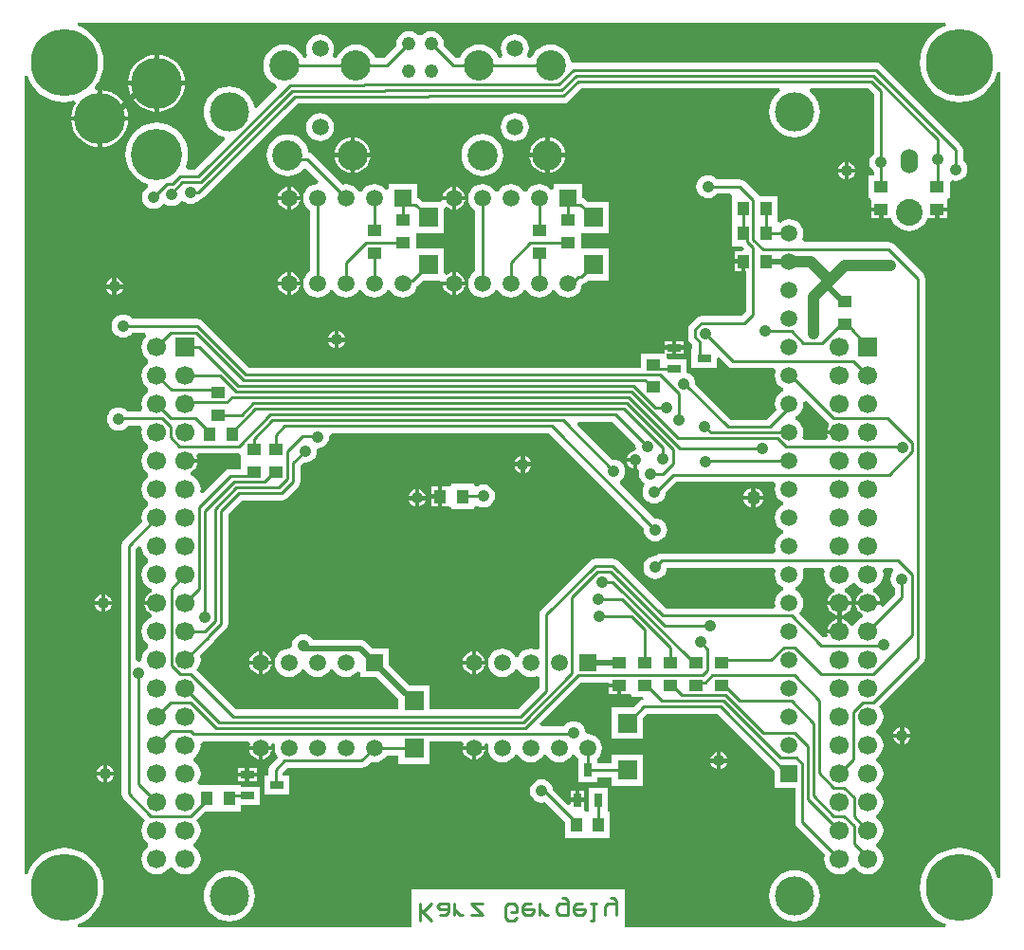
<source format=gbl>
G04*
G04 #@! TF.GenerationSoftware,Altium Limited,Altium Designer,19.0.12 (326)*
G04*
G04 Layer_Physical_Order=2*
G04 Layer_Color=16711680*
%FSLAX25Y25*%
%MOIN*%
G70*
G01*
G75*
%ADD10C,0.01000*%
%ADD47R,0.05118X0.03937*%
%ADD48R,0.03937X0.05118*%
%ADD51R,0.04724X0.02559*%
%ADD57R,0.07087X0.07087*%
%ADD62C,0.02000*%
%ADD63C,0.04000*%
%ADD66R,0.05906X0.05906*%
%ADD67C,0.05906*%
%ADD68C,0.06693*%
%ADD69R,0.06693X0.06693*%
%ADD70R,0.05906X0.05906*%
%ADD71C,0.05906*%
%ADD72C,0.04800*%
%ADD73C,0.10630*%
%ADD74C,0.18000*%
%ADD75O,0.06102X0.08661*%
%ADD76C,0.23622*%
%ADD77C,0.04100*%
%ADD78C,0.13780*%
%ADD79C,0.05866*%
%ADD80C,0.09409*%
%ADD81C,0.05000*%
%ADD82R,0.02559X0.04724*%
G36*
X330003Y323034D02*
X328337Y322344D01*
X326483Y321208D01*
X324830Y319796D01*
X323418Y318143D01*
X322282Y316289D01*
X321450Y314281D01*
X320943Y312167D01*
X320772Y310000D01*
X320943Y307833D01*
X321450Y305719D01*
X322282Y303711D01*
X323418Y301857D01*
X324830Y300204D01*
X326483Y298792D01*
X328337Y297656D01*
X330345Y296824D01*
X332459Y296317D01*
X334626Y296146D01*
X336793Y296317D01*
X338907Y296824D01*
X340915Y297656D01*
X342769Y298792D01*
X344422Y300204D01*
X345834Y301857D01*
X346970Y303711D01*
X347802Y305719D01*
X348034Y306688D01*
X349034Y306569D01*
Y23431D01*
X348034Y23312D01*
X347802Y24281D01*
X346970Y26289D01*
X345834Y28143D01*
X344422Y29796D01*
X342769Y31208D01*
X340915Y32344D01*
X338907Y33176D01*
X336793Y33683D01*
X334626Y33854D01*
X332459Y33683D01*
X330345Y33176D01*
X328337Y32344D01*
X326483Y31208D01*
X324830Y29796D01*
X323418Y28143D01*
X322282Y26289D01*
X321450Y24281D01*
X320943Y22167D01*
X320772Y20000D01*
X320943Y17833D01*
X321450Y15719D01*
X322282Y13711D01*
X323418Y11857D01*
X324830Y10204D01*
X326483Y8792D01*
X328337Y7656D01*
X330003Y6966D01*
X329805Y5966D01*
X217078D01*
Y19199D01*
X142100D01*
Y5966D01*
X24821D01*
X24622Y6966D01*
X26289Y7656D01*
X28143Y8792D01*
X29796Y10204D01*
X31208Y11857D01*
X32344Y13711D01*
X33176Y15719D01*
X33683Y17833D01*
X33854Y20000D01*
X33683Y22167D01*
X33176Y24281D01*
X32344Y26289D01*
X31208Y28143D01*
X29796Y29796D01*
X28143Y31208D01*
X26289Y32344D01*
X24281Y33176D01*
X22167Y33683D01*
X20000Y33854D01*
X17833Y33683D01*
X15719Y33176D01*
X13711Y32344D01*
X11857Y31208D01*
X10204Y29796D01*
X8792Y28143D01*
X7656Y26289D01*
X6966Y24622D01*
X5966Y24821D01*
Y305179D01*
X6966Y305378D01*
X7656Y303711D01*
X8792Y301857D01*
X10204Y300204D01*
X11857Y298792D01*
X13711Y297656D01*
X15719Y296824D01*
X17833Y296317D01*
X20000Y296146D01*
X22167Y296317D01*
X23448Y296624D01*
X23840Y296216D01*
X24063Y295743D01*
X23216Y294160D01*
X22645Y292275D01*
X22525Y291065D01*
X31750D01*
Y300290D01*
X31132Y300229D01*
X30633Y301184D01*
X31208Y301857D01*
X32344Y303711D01*
X33176Y305719D01*
X33683Y307833D01*
X33854Y310000D01*
X33683Y312167D01*
X33176Y314281D01*
X32344Y316289D01*
X31208Y318143D01*
X29796Y319796D01*
X28143Y321208D01*
X26289Y322344D01*
X24622Y323034D01*
X24821Y324034D01*
X329805D01*
X330003Y323034D01*
D02*
G37*
%LPC*%
G36*
X148974Y321038D02*
X147825Y320887D01*
X146755Y320443D01*
X145836Y319738D01*
X145667Y319518D01*
X144407D01*
X144238Y319738D01*
X143319Y320443D01*
X142249Y320887D01*
X141100Y321038D01*
X139951Y320887D01*
X138881Y320443D01*
X137962Y319738D01*
X137257Y318819D01*
X136813Y317749D01*
X136662Y316600D01*
X136759Y315864D01*
X132422Y311527D01*
X129371D01*
X129291Y311791D01*
X128612Y313062D01*
X127698Y314175D01*
X126584Y315090D01*
X125313Y315769D01*
X123934Y316187D01*
X122500Y316328D01*
X121066Y316187D01*
X119687Y315769D01*
X118416Y315090D01*
X117303Y314175D01*
X116388Y313062D01*
X115709Y311791D01*
X115629Y311527D01*
X114648D01*
X114265Y312527D01*
X114708Y313596D01*
X114877Y314883D01*
X114708Y316171D01*
X114211Y317371D01*
X113420Y318402D01*
X112389Y319193D01*
X111189Y319690D01*
X109902Y319859D01*
X108614Y319690D01*
X107414Y319193D01*
X106383Y318402D01*
X105593Y317371D01*
X105096Y316171D01*
X104926Y314883D01*
X105096Y313596D01*
X105538Y312527D01*
X105155Y311527D01*
X104174D01*
X104094Y311791D01*
X103415Y313062D01*
X102501Y314175D01*
X101387Y315090D01*
X100116Y315769D01*
X98737Y316187D01*
X97303Y316328D01*
X95869Y316187D01*
X94490Y315769D01*
X93220Y315090D01*
X92106Y314175D01*
X91192Y313062D01*
X90512Y311791D01*
X90094Y310412D01*
X89953Y308978D01*
X90094Y307544D01*
X90512Y306165D01*
X91192Y304894D01*
X92106Y303781D01*
X93220Y302866D01*
X94382Y302245D01*
X94698Y301456D01*
X94760Y301209D01*
X87644Y294093D01*
X87446Y294163D01*
X86690Y294552D01*
X86221Y296095D01*
X85396Y297640D01*
X84285Y298993D01*
X82931Y300104D01*
X81387Y300930D01*
X79711Y301438D01*
X77969Y301610D01*
X76226Y301438D01*
X74550Y300930D01*
X73006Y300104D01*
X71652Y298993D01*
X70541Y297640D01*
X69716Y296095D01*
X69207Y294420D01*
X69036Y292677D01*
X69207Y290934D01*
X69716Y289259D01*
X70541Y287714D01*
X71652Y286361D01*
X73006Y285250D01*
X74550Y284424D01*
X76093Y283956D01*
X76482Y283199D01*
X76553Y283001D01*
X66050Y272499D01*
X63287D01*
X62619Y273499D01*
X62994Y274405D01*
X63398Y276089D01*
X63534Y277815D01*
X63398Y279541D01*
X62994Y281225D01*
X62331Y282824D01*
X61427Y284301D01*
X60302Y285617D01*
X58986Y286742D01*
X57509Y287646D01*
X55910Y288309D01*
X54226Y288713D01*
X52500Y288849D01*
X50774Y288713D01*
X49090Y288309D01*
X47491Y287646D01*
X46014Y286742D01*
X44698Y285617D01*
X43573Y284301D01*
X42669Y282824D01*
X42006Y281225D01*
X41602Y279541D01*
X41466Y277815D01*
X41602Y276089D01*
X42006Y274405D01*
X42669Y272806D01*
X43573Y271329D01*
X44698Y270013D01*
X46014Y268888D01*
X47491Y267984D01*
X49090Y267321D01*
X49414Y267243D01*
X49496Y266195D01*
X49358Y266138D01*
X48511Y265489D01*
X47862Y264643D01*
X47454Y263657D01*
X47315Y262600D01*
X47454Y261543D01*
X47862Y260558D01*
X48511Y259712D01*
X49358Y259062D01*
X50343Y258654D01*
X51400Y258515D01*
X52457Y258654D01*
X53443Y259062D01*
X54289Y259712D01*
X54938Y260558D01*
X55015Y260578D01*
X55558Y260162D01*
X56543Y259754D01*
X57600Y259615D01*
X58657Y259754D01*
X59642Y260162D01*
X60488Y260811D01*
X60631Y260997D01*
X61436Y261476D01*
X61950Y261163D01*
X62342Y260862D01*
X63327Y260454D01*
X64385Y260315D01*
X65442Y260454D01*
X66427Y260862D01*
X67273Y261511D01*
X67592Y261926D01*
X68189Y262045D01*
X69016Y262598D01*
X102032Y295614D01*
X148079D01*
X148190Y295636D01*
X195480D01*
X196455Y295830D01*
X197282Y296383D01*
X201851Y300951D01*
X271324D01*
X271491Y300670D01*
X271638Y299951D01*
X270471Y298993D01*
X269360Y297640D01*
X268535Y296095D01*
X268026Y294420D01*
X267855Y292677D01*
X268026Y290934D01*
X268535Y289259D01*
X269360Y287714D01*
X270471Y286361D01*
X271825Y285250D01*
X273369Y284424D01*
X275045Y283916D01*
X276787Y283744D01*
X278530Y283916D01*
X280206Y284424D01*
X281750Y285250D01*
X283104Y286361D01*
X284215Y287714D01*
X285040Y289259D01*
X285548Y290934D01*
X285720Y292677D01*
X285548Y294420D01*
X285040Y296095D01*
X284215Y297640D01*
X283104Y298993D01*
X281937Y299951D01*
X282084Y300670D01*
X282251Y300951D01*
X302516D01*
X304608Y298858D01*
Y278049D01*
X304269Y277788D01*
X303620Y276942D01*
X303212Y275957D01*
X303073Y274900D01*
X303212Y273843D01*
X303620Y272857D01*
X304269Y272011D01*
X304608Y271751D01*
Y270248D01*
X302598D01*
Y262311D01*
X303446D01*
X303598Y261374D01*
X303598Y261311D01*
Y259156D01*
X307157D01*
Y258405D01*
X307908D01*
Y255437D01*
X310619D01*
X310776Y254922D01*
X311398Y253757D01*
X312236Y252736D01*
X313257Y251898D01*
X314422Y251276D01*
X315686Y250892D01*
X317000Y250763D01*
X318314Y250892D01*
X319578Y251276D01*
X320743Y251898D01*
X321764Y252736D01*
X322602Y253757D01*
X323224Y254922D01*
X323381Y255437D01*
X326093D01*
Y258405D01*
X326842D01*
Y259156D01*
X330402D01*
Y261311D01*
X330402Y261374D01*
X330554Y262311D01*
X331402D01*
Y268044D01*
X332134Y268533D01*
X332402Y268547D01*
X333400Y268415D01*
X334457Y268554D01*
X335442Y268962D01*
X336288Y269612D01*
X336938Y270458D01*
X337346Y271443D01*
X337485Y272500D01*
X337346Y273557D01*
X336938Y274542D01*
X336288Y275389D01*
X335949Y275649D01*
Y279328D01*
X335755Y280304D01*
X335202Y281131D01*
X307031Y309302D01*
X306204Y309855D01*
X305228Y310049D01*
X199138D01*
X198815Y309985D01*
X198209Y310434D01*
X197791Y311813D01*
X197112Y313084D01*
X196197Y314197D01*
X195084Y315112D01*
X193813Y315791D01*
X192434Y316209D01*
X191000Y316350D01*
X189566Y316209D01*
X188187Y315791D01*
X186916Y315112D01*
X185802Y314197D01*
X184888Y313084D01*
X184209Y311813D01*
X184129Y311549D01*
X183149D01*
X182765Y312549D01*
X183208Y313618D01*
X183377Y314906D01*
X183208Y316193D01*
X182711Y317393D01*
X181920Y318424D01*
X180889Y319215D01*
X179689Y319712D01*
X178402Y319881D01*
X177114Y319712D01*
X175914Y319215D01*
X174883Y318424D01*
X174092Y317393D01*
X173595Y316193D01*
X173426Y314906D01*
X173595Y313618D01*
X174038Y312549D01*
X173655Y311549D01*
X172674D01*
X172594Y311813D01*
X171915Y313084D01*
X171001Y314197D01*
X169887Y315112D01*
X168616Y315791D01*
X167237Y316209D01*
X165803Y316350D01*
X164369Y316209D01*
X162990Y315791D01*
X161720Y315112D01*
X160606Y314197D01*
X159692Y313084D01*
X159012Y311813D01*
X158932Y311549D01*
X157630D01*
X153315Y315864D01*
X153412Y316600D01*
X153261Y317749D01*
X152817Y318819D01*
X152112Y319738D01*
X151193Y320443D01*
X150123Y320887D01*
X148974Y321038D01*
D02*
G37*
G36*
X53250Y312790D02*
Y303565D01*
X62475D01*
X62355Y304775D01*
X61783Y306660D01*
X60855Y308398D01*
X59605Y309920D01*
X58083Y311170D01*
X56345Y312099D01*
X54460Y312670D01*
X53250Y312790D01*
D02*
G37*
G36*
X51750D02*
X50540Y312670D01*
X48655Y312099D01*
X46917Y311170D01*
X45395Y309920D01*
X44145Y308398D01*
X43216Y306660D01*
X42645Y304775D01*
X42526Y303565D01*
X51750D01*
Y312790D01*
D02*
G37*
G36*
X62475Y302065D02*
X53250D01*
Y292840D01*
X54460Y292960D01*
X56345Y293531D01*
X58083Y294460D01*
X59605Y295710D01*
X60855Y297232D01*
X61783Y298970D01*
X62355Y300855D01*
X62475Y302065D01*
D02*
G37*
G36*
X51750D02*
X42526D01*
X42645Y300855D01*
X43216Y298970D01*
X44145Y297232D01*
X45395Y295710D01*
X46917Y294460D01*
X48655Y293531D01*
X50540Y292960D01*
X51750Y292840D01*
Y302065D01*
D02*
G37*
G36*
X33250Y300290D02*
Y291065D01*
X42474D01*
X42355Y292275D01*
X41783Y294160D01*
X40855Y295898D01*
X39605Y297420D01*
X38083Y298670D01*
X36345Y299599D01*
X34460Y300170D01*
X33250Y300290D01*
D02*
G37*
G36*
X178402Y292322D02*
X177114Y292153D01*
X175914Y291655D01*
X174883Y290865D01*
X174092Y289834D01*
X173595Y288634D01*
X173426Y287347D01*
X173595Y286059D01*
X174092Y284859D01*
X174883Y283828D01*
X175914Y283037D01*
X177114Y282540D01*
X178402Y282371D01*
X179689Y282540D01*
X180889Y283037D01*
X181920Y283828D01*
X182711Y284859D01*
X183208Y286059D01*
X183377Y287347D01*
X183208Y288634D01*
X182711Y289834D01*
X181920Y290865D01*
X180889Y291655D01*
X179689Y292153D01*
X178402Y292322D01*
D02*
G37*
G36*
X109902Y292300D02*
X108614Y292130D01*
X107414Y291633D01*
X106383Y290843D01*
X105593Y289812D01*
X105096Y288612D01*
X104926Y287324D01*
X105096Y286037D01*
X105593Y284837D01*
X106383Y283806D01*
X107414Y283015D01*
X108614Y282518D01*
X109902Y282349D01*
X111189Y282518D01*
X112389Y283015D01*
X113420Y283806D01*
X114211Y284837D01*
X114708Y286037D01*
X114877Y287324D01*
X114708Y288612D01*
X114211Y289812D01*
X113420Y290843D01*
X112389Y291633D01*
X111189Y292130D01*
X109902Y292300D01*
D02*
G37*
G36*
X42474Y289565D02*
X33250D01*
Y280340D01*
X34460Y280460D01*
X36345Y281031D01*
X38083Y281960D01*
X39605Y283210D01*
X40855Y284732D01*
X41783Y286470D01*
X42355Y288355D01*
X42474Y289565D01*
D02*
G37*
G36*
X31750D02*
X22525D01*
X22645Y288355D01*
X23216Y286470D01*
X24145Y284732D01*
X25395Y283210D01*
X26917Y281960D01*
X28655Y281031D01*
X30540Y280460D01*
X31750Y280340D01*
Y289565D01*
D02*
G37*
G36*
X190569Y283776D02*
Y278254D01*
X196090D01*
X196043Y278742D01*
X195681Y279932D01*
X195095Y281029D01*
X194306Y281991D01*
X193344Y282780D01*
X192247Y283366D01*
X191057Y283728D01*
X190569Y283776D01*
D02*
G37*
G36*
X189069D02*
X188581Y283728D01*
X187391Y283366D01*
X186293Y282780D01*
X185332Y281991D01*
X184543Y281029D01*
X183956Y279932D01*
X183595Y278742D01*
X183547Y278254D01*
X189069D01*
Y283776D01*
D02*
G37*
G36*
X122069Y283753D02*
Y278232D01*
X127591D01*
X127542Y278720D01*
X127181Y279910D01*
X126595Y281007D01*
X125806Y281969D01*
X124844Y282758D01*
X123747Y283344D01*
X122557Y283705D01*
X122069Y283753D01*
D02*
G37*
G36*
X120569D02*
X120081Y283705D01*
X118891Y283344D01*
X117794Y282758D01*
X116832Y281969D01*
X116043Y281007D01*
X115456Y279910D01*
X115095Y278720D01*
X115047Y278232D01*
X120569D01*
Y283753D01*
D02*
G37*
G36*
X295750Y274978D02*
Y272750D01*
X297978D01*
X297972Y272796D01*
X297664Y273538D01*
X297175Y274175D01*
X296538Y274664D01*
X295796Y274972D01*
X295750Y274978D01*
D02*
G37*
G36*
X294250D02*
X294204Y274972D01*
X293462Y274664D01*
X292825Y274175D01*
X292336Y273538D01*
X292028Y272796D01*
X292022Y272750D01*
X294250D01*
Y274978D01*
D02*
G37*
G36*
X196090Y276754D02*
X190569D01*
Y271232D01*
X191057Y271280D01*
X192247Y271641D01*
X193344Y272228D01*
X194306Y273017D01*
X195095Y273979D01*
X195681Y275076D01*
X196043Y276266D01*
X196090Y276754D01*
D02*
G37*
G36*
X189069D02*
X183547D01*
X183595Y276266D01*
X183956Y275076D01*
X184543Y273979D01*
X185332Y273017D01*
X186293Y272228D01*
X187391Y271641D01*
X188581Y271280D01*
X189069Y271232D01*
Y276754D01*
D02*
G37*
G36*
X127591Y276732D02*
X122069D01*
Y271210D01*
X122557Y271258D01*
X123747Y271619D01*
X124844Y272206D01*
X125806Y272995D01*
X126595Y273956D01*
X127181Y275054D01*
X127542Y276244D01*
X127591Y276732D01*
D02*
G37*
G36*
X120569D02*
X115047D01*
X115095Y276244D01*
X115456Y275054D01*
X116043Y273956D01*
X116832Y272995D01*
X117794Y272206D01*
X118891Y271619D01*
X120081Y271258D01*
X120569Y271210D01*
Y276732D01*
D02*
G37*
G36*
X166984Y284854D02*
X165550Y284713D01*
X164171Y284295D01*
X162901Y283615D01*
X161787Y282701D01*
X160873Y281588D01*
X160193Y280317D01*
X159775Y278938D01*
X159634Y277504D01*
X159775Y276070D01*
X160193Y274691D01*
X160873Y273420D01*
X161787Y272306D01*
X162901Y271392D01*
X164171Y270713D01*
X165550Y270295D01*
X166984Y270154D01*
X168418Y270295D01*
X169797Y270713D01*
X171068Y271392D01*
X172182Y272306D01*
X173096Y273420D01*
X173775Y274691D01*
X174193Y276070D01*
X174335Y277504D01*
X174193Y278938D01*
X173775Y280317D01*
X173096Y281588D01*
X172182Y282701D01*
X171068Y283615D01*
X169797Y284295D01*
X168418Y284713D01*
X166984Y284854D01*
D02*
G37*
G36*
X297978Y271250D02*
X295750D01*
Y269022D01*
X295796Y269028D01*
X296538Y269336D01*
X297175Y269825D01*
X297664Y270462D01*
X297972Y271204D01*
X297978Y271250D01*
D02*
G37*
G36*
X294250D02*
X292022D01*
X292028Y271204D01*
X292336Y270462D01*
X292825Y269825D01*
X293462Y269336D01*
X294204Y269028D01*
X294250Y269022D01*
Y271250D01*
D02*
G37*
G36*
X187000Y267338D02*
X185707Y267168D01*
X184502Y266669D01*
X183468Y265875D01*
X182674Y264840D01*
X182541Y264520D01*
X181459D01*
X181326Y264840D01*
X180532Y265875D01*
X179498Y266669D01*
X178293Y267168D01*
X177000Y267338D01*
X175707Y267168D01*
X174502Y266669D01*
X173468Y265875D01*
X172674Y264840D01*
X172541Y264520D01*
X171459D01*
X171326Y264840D01*
X170532Y265875D01*
X169498Y266669D01*
X168293Y267168D01*
X167000Y267338D01*
X165707Y267168D01*
X164502Y266669D01*
X163468Y265875D01*
X162674Y264840D01*
X162175Y263635D01*
X162004Y262343D01*
X162175Y261050D01*
X162674Y259845D01*
X163468Y258810D01*
X164451Y258056D01*
Y236629D01*
X163468Y235875D01*
X162674Y234840D01*
X162175Y233635D01*
X162004Y232343D01*
X162175Y231050D01*
X162674Y229845D01*
X163468Y228810D01*
X164502Y228016D01*
X165707Y227517D01*
X167000Y227347D01*
X168293Y227517D01*
X169498Y228016D01*
X170532Y228810D01*
X171326Y229845D01*
X171459Y230165D01*
X172541D01*
X172674Y229845D01*
X173468Y228810D01*
X174502Y228016D01*
X175707Y227517D01*
X177000Y227347D01*
X178293Y227517D01*
X179498Y228016D01*
X180532Y228810D01*
X181326Y229845D01*
X181459Y230165D01*
X182541D01*
X182674Y229845D01*
X183468Y228810D01*
X184502Y228016D01*
X185707Y227517D01*
X187000Y227347D01*
X188293Y227517D01*
X189498Y228016D01*
X190532Y228810D01*
X191326Y229845D01*
X191459Y230165D01*
X192541D01*
X192674Y229845D01*
X193468Y228810D01*
X194502Y228016D01*
X195707Y227517D01*
X197000Y227347D01*
X198293Y227517D01*
X199498Y228016D01*
X200532Y228810D01*
X201326Y229845D01*
X201825Y231050D01*
X201967Y232124D01*
X202575Y232245D01*
X203402Y232798D01*
X204062Y233457D01*
X211543D01*
Y244543D01*
X201559D01*
Y249992D01*
X211543D01*
Y261079D01*
X204062D01*
X203345Y261795D01*
X202518Y262348D01*
X201953Y262460D01*
Y267295D01*
X192047D01*
Y265543D01*
X191047Y265204D01*
X190532Y265875D01*
X189498Y266669D01*
X188293Y267168D01*
X187000Y267338D01*
D02*
G37*
G36*
X157750Y266231D02*
Y263092D01*
X160888D01*
X160851Y263374D01*
X160453Y264336D01*
X159819Y265162D01*
X158993Y265795D01*
X158032Y266194D01*
X157750Y266231D01*
D02*
G37*
G36*
X99750D02*
Y263092D01*
X102888D01*
X102851Y263374D01*
X102453Y264336D01*
X101819Y265162D01*
X100993Y265795D01*
X100032Y266194D01*
X99750Y266231D01*
D02*
G37*
G36*
X156250D02*
X155968Y266194D01*
X155007Y265795D01*
X154181Y265162D01*
X153547Y264336D01*
X153149Y263374D01*
X153112Y263092D01*
X156250D01*
Y266231D01*
D02*
G37*
G36*
X98250D02*
X97968Y266194D01*
X97007Y265795D01*
X96181Y265162D01*
X95547Y264336D01*
X95149Y263374D01*
X95112Y263092D01*
X98250D01*
Y266231D01*
D02*
G37*
G36*
X160888Y261593D02*
X157750D01*
Y258454D01*
X158032Y258491D01*
X158993Y258890D01*
X159819Y259523D01*
X160453Y260349D01*
X160851Y261311D01*
X160888Y261593D01*
D02*
G37*
G36*
X102888D02*
X99750D01*
Y258454D01*
X100032Y258491D01*
X100993Y258890D01*
X101819Y259523D01*
X102453Y260349D01*
X102851Y261311D01*
X102888Y261593D01*
D02*
G37*
G36*
X98484Y284832D02*
X97050Y284691D01*
X95671Y284273D01*
X94401Y283594D01*
X93287Y282679D01*
X92373Y281565D01*
X91693Y280295D01*
X91275Y278916D01*
X91134Y277482D01*
X91275Y276048D01*
X91693Y274669D01*
X92373Y273398D01*
X93287Y272284D01*
X94401Y271370D01*
X95671Y270691D01*
X97050Y270273D01*
X98484Y270131D01*
X99918Y270273D01*
X101297Y270691D01*
X102568Y271370D01*
X103682Y272284D01*
X104008Y272682D01*
X105007Y272731D01*
X109450Y268287D01*
X109018Y267376D01*
X108987Y267336D01*
X107707Y267168D01*
X106502Y266669D01*
X105468Y265875D01*
X104674Y264840D01*
X104175Y263635D01*
X104005Y262343D01*
X104175Y261050D01*
X104674Y259845D01*
X105468Y258810D01*
X106451Y258056D01*
Y236629D01*
X105468Y235875D01*
X104674Y234840D01*
X104175Y233635D01*
X104005Y232343D01*
X104175Y231050D01*
X104674Y229845D01*
X105468Y228810D01*
X106502Y228016D01*
X107707Y227517D01*
X109000Y227347D01*
X110293Y227517D01*
X111498Y228016D01*
X112532Y228810D01*
X113326Y229845D01*
X113459Y230165D01*
X114541D01*
X114674Y229845D01*
X115468Y228810D01*
X116502Y228016D01*
X117707Y227517D01*
X119000Y227347D01*
X120293Y227517D01*
X121498Y228016D01*
X122532Y228810D01*
X123326Y229845D01*
X123459Y230165D01*
X124541D01*
X124674Y229845D01*
X125468Y228810D01*
X126502Y228016D01*
X127707Y227517D01*
X129000Y227347D01*
X130293Y227517D01*
X131498Y228016D01*
X132532Y228810D01*
X133326Y229845D01*
X133459Y230165D01*
X134541D01*
X134674Y229845D01*
X135468Y228810D01*
X136502Y228016D01*
X137707Y227517D01*
X139000Y227347D01*
X140293Y227517D01*
X141498Y228016D01*
X142532Y228810D01*
X143326Y229845D01*
X143825Y231050D01*
X143862Y231331D01*
X144084Y231479D01*
X146062Y233457D01*
X152151D01*
X152471Y233092D01*
X156250D01*
Y236231D01*
X155968Y236193D01*
X155007Y235795D01*
X154543Y235440D01*
X153543Y235905D01*
Y244543D01*
X143559D01*
Y249992D01*
X153543D01*
Y258780D01*
X154543Y259245D01*
X155007Y258890D01*
X155968Y258491D01*
X156250Y258454D01*
Y261593D01*
X152643D01*
X152216Y261079D01*
X146062D01*
X145345Y261795D01*
X144518Y262348D01*
X143953Y262460D01*
Y267295D01*
X134047D01*
Y265543D01*
X133047Y265204D01*
X132532Y265875D01*
X131498Y266669D01*
X130293Y267168D01*
X129000Y267338D01*
X127707Y267168D01*
X126502Y266669D01*
X125468Y265875D01*
X124674Y264840D01*
X124541Y264520D01*
X123459D01*
X123326Y264840D01*
X122532Y265875D01*
X121498Y266669D01*
X120293Y267168D01*
X119000Y267338D01*
X117771Y267176D01*
X107102Y277846D01*
X106275Y278398D01*
X105734Y278506D01*
X105693Y278916D01*
X105275Y280295D01*
X104596Y281565D01*
X103682Y282679D01*
X102568Y283594D01*
X101297Y284273D01*
X99918Y284691D01*
X98484Y284832D01*
D02*
G37*
G36*
X98250Y261593D02*
X95112D01*
X95149Y261311D01*
X95547Y260349D01*
X96181Y259523D01*
X97007Y258890D01*
X97968Y258491D01*
X98250Y258454D01*
Y261593D01*
D02*
G37*
G36*
X330402Y257656D02*
X327592D01*
Y255437D01*
X330402D01*
Y257656D01*
D02*
G37*
G36*
X306407D02*
X303598D01*
Y255437D01*
X306407D01*
Y257656D01*
D02*
G37*
G36*
X257976Y239350D02*
X255757D01*
Y236541D01*
X257976D01*
Y239350D01*
D02*
G37*
G36*
X99750Y236231D02*
Y233092D01*
X102888D01*
X102851Y233374D01*
X102453Y234336D01*
X101819Y235162D01*
X100993Y235795D01*
X100032Y236193D01*
X99750Y236231D01*
D02*
G37*
G36*
X157750D02*
Y233092D01*
X160888D01*
X160851Y233374D01*
X160453Y234336D01*
X159819Y235162D01*
X158993Y235795D01*
X158032Y236193D01*
X157750Y236231D01*
D02*
G37*
G36*
X98250D02*
X97968Y236193D01*
X97007Y235795D01*
X96181Y235162D01*
X95547Y234336D01*
X95149Y233374D01*
X95112Y233092D01*
X98250D01*
Y236231D01*
D02*
G37*
G36*
X38350Y234229D02*
Y232001D01*
X40578D01*
X40571Y232047D01*
X40264Y232789D01*
X39775Y233426D01*
X39138Y233915D01*
X38396Y234223D01*
X38350Y234229D01*
D02*
G37*
G36*
X36850D02*
X36804Y234223D01*
X36062Y233915D01*
X35425Y233426D01*
X34936Y232789D01*
X34628Y232047D01*
X34622Y232001D01*
X36850D01*
Y234229D01*
D02*
G37*
G36*
X160888Y231592D02*
X157750D01*
Y228454D01*
X158032Y228491D01*
X158993Y228890D01*
X159819Y229523D01*
X160453Y230349D01*
X160851Y231311D01*
X160888Y231592D01*
D02*
G37*
G36*
X102888D02*
X99750D01*
Y228454D01*
X100032Y228491D01*
X100993Y228890D01*
X101819Y229523D01*
X102453Y230349D01*
X102851Y231311D01*
X102888Y231592D01*
D02*
G37*
G36*
X156250D02*
X153112D01*
X153149Y231311D01*
X153547Y230349D01*
X154181Y229523D01*
X155007Y228890D01*
X155968Y228491D01*
X156250Y228454D01*
Y231592D01*
D02*
G37*
G36*
X98250D02*
X95112D01*
X95149Y231311D01*
X95547Y230349D01*
X96181Y229523D01*
X97007Y228890D01*
X97968Y228491D01*
X98250Y228454D01*
Y231592D01*
D02*
G37*
G36*
X40578Y230501D02*
X38350D01*
Y228273D01*
X38396Y228279D01*
X39138Y228587D01*
X39775Y229076D01*
X40264Y229713D01*
X40571Y230455D01*
X40578Y230501D01*
D02*
G37*
G36*
X36850D02*
X34622D01*
X34628Y230455D01*
X34936Y229713D01*
X35425Y229076D01*
X36062Y228587D01*
X36804Y228279D01*
X36850Y228273D01*
Y230501D01*
D02*
G37*
G36*
X116465Y215518D02*
Y213290D01*
X118693D01*
X118687Y213336D01*
X118379Y214078D01*
X117891Y214716D01*
X117253Y215204D01*
X116511Y215512D01*
X116465Y215518D01*
D02*
G37*
G36*
X114965D02*
X114919Y215512D01*
X114177Y215204D01*
X113540Y214716D01*
X113051Y214078D01*
X112744Y213336D01*
X112738Y213290D01*
X114965D01*
Y215518D01*
D02*
G37*
G36*
X237813Y212120D02*
X235201D01*
Y210590D01*
X237813D01*
Y212120D01*
D02*
G37*
G36*
X233701D02*
X231089D01*
Y210590D01*
X233701D01*
Y212120D01*
D02*
G37*
G36*
X118693Y211790D02*
X116465D01*
Y209563D01*
X116511Y209569D01*
X117253Y209876D01*
X117891Y210365D01*
X118379Y211002D01*
X118687Y211744D01*
X118693Y211790D01*
D02*
G37*
G36*
X114965D02*
X112738D01*
X112744Y211744D01*
X113051Y211002D01*
X113540Y210365D01*
X114177Y209876D01*
X114919Y209569D01*
X114965Y209563D01*
Y211790D01*
D02*
G37*
G36*
X237813Y209090D02*
X235201D01*
Y207561D01*
X237813D01*
Y209090D01*
D02*
G37*
G36*
X246300Y270485D02*
X245243Y270346D01*
X244257Y269938D01*
X243411Y269288D01*
X242762Y268443D01*
X242354Y267457D01*
X242215Y266400D01*
X242354Y265343D01*
X242762Y264357D01*
X243411Y263511D01*
X244257Y262862D01*
X245243Y262454D01*
X246300Y262315D01*
X247357Y262454D01*
X248342Y262862D01*
X249188Y263511D01*
X249449Y263851D01*
X254103D01*
X254757Y263122D01*
Y254004D01*
Y245504D01*
X258182D01*
X258392Y245189D01*
X258922Y244659D01*
X258508Y243659D01*
X255757D01*
Y240850D01*
X258726D01*
Y240100D01*
X259476D01*
Y236541D01*
X259646D01*
Y222456D01*
X258089Y220899D01*
X243930D01*
X242954Y220705D01*
X242127Y220152D01*
X239998Y218023D01*
X239445Y217196D01*
X239251Y216220D01*
Y213380D01*
X239445Y212404D01*
X239998Y211577D01*
X240751Y210824D01*
Y209380D01*
X240538D01*
Y202820D01*
X249262D01*
Y206026D01*
X250186Y206409D01*
X253244Y203351D01*
X254071Y202799D01*
X255047Y202605D01*
X269455D01*
X270123Y201605D01*
X269994Y201293D01*
X269823Y200000D01*
X269994Y198707D01*
X270493Y197502D01*
X271287Y196468D01*
X272321Y195674D01*
X272641Y195541D01*
Y194459D01*
X272321Y194326D01*
X271287Y193532D01*
X270493Y192498D01*
X269994Y191293D01*
X269823Y190000D01*
X269994Y188707D01*
X270337Y187879D01*
X266860Y184402D01*
X254403D01*
X241774Y197031D01*
X241783Y197100D01*
X241644Y198157D01*
X241235Y199143D01*
X240586Y199988D01*
X239740Y200638D01*
X238813Y201022D01*
Y205639D01*
X232466D01*
X231759Y206347D01*
X231759Y207561D01*
X232029Y207561D01*
X233701D01*
Y209090D01*
X231089D01*
Y208283D01*
X231089Y207705D01*
X230819Y207705D01*
X222641D01*
Y202818D01*
X84930D01*
X68545Y219202D01*
X67718Y219755D01*
X66743Y219949D01*
X43849D01*
X43589Y220288D01*
X42742Y220938D01*
X41757Y221346D01*
X40700Y221485D01*
X39643Y221346D01*
X38658Y220938D01*
X37811Y220288D01*
X37162Y219443D01*
X36754Y218457D01*
X36615Y217400D01*
X36754Y216343D01*
X37162Y215357D01*
X37811Y214511D01*
X38658Y213862D01*
X39643Y213454D01*
X40700Y213315D01*
X41757Y213454D01*
X42742Y213862D01*
X43589Y214511D01*
X43849Y214851D01*
X48397D01*
X48736Y213851D01*
X48687Y213813D01*
X47830Y212696D01*
X47291Y211396D01*
X47107Y210000D01*
X47291Y208604D01*
X47830Y207304D01*
X48687Y206187D01*
X49446Y205604D01*
X49517Y205419D01*
Y204581D01*
X49446Y204396D01*
X48687Y203813D01*
X47830Y202696D01*
X47291Y201396D01*
X47107Y200000D01*
X47291Y198604D01*
X47830Y197304D01*
X48687Y196187D01*
X49446Y195604D01*
X49517Y195419D01*
Y194581D01*
X49446Y194396D01*
X48687Y193813D01*
X47830Y192696D01*
X47291Y191396D01*
X47107Y190000D01*
X47291Y188604D01*
X47447Y188227D01*
X46892Y187395D01*
X42137D01*
X41989Y187589D01*
X41142Y188238D01*
X40157Y188646D01*
X39100Y188785D01*
X38043Y188646D01*
X37058Y188238D01*
X36211Y187589D01*
X35562Y186742D01*
X35154Y185757D01*
X35015Y184700D01*
X35154Y183643D01*
X35562Y182658D01*
X36211Y181811D01*
X37058Y181162D01*
X38043Y180754D01*
X39100Y180615D01*
X40157Y180754D01*
X41142Y181162D01*
X41989Y181811D01*
X42361Y182298D01*
X46765D01*
X47216Y181622D01*
X47278Y181298D01*
X47107Y180000D01*
X47291Y178604D01*
X47830Y177304D01*
X48687Y176187D01*
X49446Y175604D01*
X49517Y175419D01*
Y174581D01*
X49446Y174396D01*
X48687Y173813D01*
X47830Y172696D01*
X47291Y171396D01*
X47107Y170000D01*
X47291Y168604D01*
X47830Y167304D01*
X48687Y166187D01*
X49446Y165604D01*
X49517Y165419D01*
Y164581D01*
X49446Y164396D01*
X48687Y163813D01*
X47830Y162696D01*
X47291Y161396D01*
X47107Y160000D01*
X47291Y158604D01*
X47830Y157304D01*
X48687Y156187D01*
X49446Y155604D01*
X49517Y155419D01*
Y154581D01*
X49446Y154396D01*
X48687Y153813D01*
X47830Y152696D01*
X47291Y151396D01*
X47107Y150000D01*
X47291Y148604D01*
X47352Y148457D01*
X40848Y141952D01*
X40295Y141126D01*
X40101Y140150D01*
Y52996D01*
X40295Y52021D01*
X40848Y51194D01*
X48488Y43554D01*
X47830Y42696D01*
X47291Y41396D01*
X47107Y40000D01*
X47291Y38604D01*
X47830Y37304D01*
X48687Y36187D01*
X49446Y35604D01*
X49517Y35419D01*
Y34581D01*
X49446Y34396D01*
X48687Y33813D01*
X47830Y32696D01*
X47291Y31396D01*
X47107Y30000D01*
X47291Y28604D01*
X47830Y27304D01*
X48687Y26187D01*
X49804Y25330D01*
X51104Y24791D01*
X52500Y24607D01*
X53896Y24791D01*
X55196Y25330D01*
X56313Y26187D01*
X56896Y26946D01*
X57081Y27017D01*
X57919D01*
X58104Y26946D01*
X58687Y26187D01*
X59804Y25330D01*
X61104Y24791D01*
X62500Y24607D01*
X63896Y24791D01*
X65196Y25330D01*
X66313Y26187D01*
X67170Y27304D01*
X67709Y28604D01*
X67893Y30000D01*
X67709Y31396D01*
X67170Y32696D01*
X66313Y33813D01*
X65554Y34396D01*
X65483Y34581D01*
Y35419D01*
X65554Y35604D01*
X66313Y36187D01*
X67170Y37304D01*
X67709Y38604D01*
X67893Y40000D01*
X67709Y41396D01*
X67170Y42696D01*
X66512Y43554D01*
X69700Y46741D01*
X82006D01*
Y48923D01*
X88638D01*
Y55482D01*
X82006D01*
Y55859D01*
X67322D01*
X66829Y56859D01*
X67170Y57304D01*
X67709Y58604D01*
X67893Y60000D01*
X67709Y61396D01*
X67170Y62696D01*
X66313Y63813D01*
X65554Y64396D01*
X65483Y64581D01*
Y65419D01*
X65554Y65604D01*
X66313Y66187D01*
X67170Y67304D01*
X67709Y68604D01*
X67893Y70000D01*
X67827Y70494D01*
X68704Y71494D01*
X84742D01*
X85340Y70494D01*
X85149Y70032D01*
X85112Y69750D01*
X89000D01*
X92888D01*
X92856Y69997D01*
X92861Y70047D01*
X93447Y70902D01*
X93649Y70733D01*
X94134Y69980D01*
X94004Y69000D01*
X94175Y67707D01*
X94674Y66502D01*
X95205Y65810D01*
X92522Y63127D01*
X91970Y62300D01*
X91775Y61324D01*
Y59222D01*
X90362D01*
Y52663D01*
X99087D01*
Y59222D01*
X96873D01*
Y60269D01*
X98603Y61998D01*
X124547D01*
X125523Y62192D01*
X126350Y62745D01*
X127771Y64166D01*
X129000Y64004D01*
X130293Y64175D01*
X131498Y64674D01*
X132532Y65468D01*
X133287Y66451D01*
X137457D01*
Y63457D01*
X148543D01*
Y71494D01*
X159742D01*
X160340Y70494D01*
X160149Y70032D01*
X160112Y69750D01*
X164000D01*
X167888D01*
X167856Y69997D01*
X167861Y70047D01*
X168447Y70902D01*
X168649Y70733D01*
X169133Y69980D01*
X169004Y69000D01*
X169175Y67707D01*
X169674Y66502D01*
X170468Y65468D01*
X171502Y64674D01*
X172707Y64175D01*
X174000Y64004D01*
X175293Y64175D01*
X176498Y64674D01*
X177532Y65468D01*
X178326Y66502D01*
X178459Y66822D01*
X179541D01*
X179674Y66502D01*
X180468Y65468D01*
X181502Y64674D01*
X182707Y64175D01*
X184000Y64004D01*
X185293Y64175D01*
X186498Y64674D01*
X187532Y65468D01*
X188326Y66502D01*
X188459Y66822D01*
X189541D01*
X189674Y66502D01*
X190468Y65468D01*
X191502Y64674D01*
X192707Y64175D01*
X194000Y64004D01*
X195293Y64175D01*
X196498Y64674D01*
X197532Y65468D01*
X198326Y66502D01*
X198459Y66822D01*
X199541D01*
X199674Y66502D01*
X200468Y65468D01*
X200783Y65225D01*
Y56862D01*
X207343D01*
Y58675D01*
X212457D01*
Y55681D01*
X223543D01*
Y66768D01*
X212457D01*
Y63773D01*
X207343D01*
Y65322D01*
X207532Y65468D01*
X208326Y66502D01*
X208825Y67707D01*
X208996Y69000D01*
X208825Y70293D01*
X208326Y71498D01*
X207532Y72532D01*
X206498Y73326D01*
X205293Y73825D01*
X204000Y73996D01*
X203121Y74888D01*
X203046Y75457D01*
X202638Y76442D01*
X201989Y77289D01*
X201143Y77938D01*
X200157Y78346D01*
X199100Y78485D01*
X198043Y78346D01*
X197057Y77938D01*
X196212Y77289D01*
X195677Y76592D01*
X187583D01*
X187200Y77516D01*
X201667Y91983D01*
X211441D01*
Y91813D01*
X215000D01*
Y91063D01*
X215750D01*
Y88095D01*
X218559D01*
Y88095D01*
X219441Y87809D01*
Y87094D01*
X223490D01*
X223588Y86094D01*
X222859Y85949D01*
X222032Y85397D01*
X219938Y83303D01*
X212457D01*
Y72216D01*
X223543D01*
Y79698D01*
X224890Y81046D01*
X249650D01*
X269866Y60829D01*
Y55047D01*
X276901D01*
Y43050D01*
X277095Y42074D01*
X277648Y41248D01*
X287352Y31543D01*
X287291Y31396D01*
X287107Y30000D01*
X287291Y28604D01*
X287830Y27304D01*
X288687Y26187D01*
X289804Y25330D01*
X291104Y24791D01*
X292500Y24607D01*
X293896Y24791D01*
X295196Y25330D01*
X296313Y26187D01*
X296896Y26946D01*
X297081Y27017D01*
X297919D01*
X298104Y26946D01*
X298687Y26187D01*
X299804Y25330D01*
X301104Y24791D01*
X302500Y24607D01*
X303896Y24791D01*
X305196Y25330D01*
X306313Y26187D01*
X307170Y27304D01*
X307709Y28604D01*
X307893Y30000D01*
X307709Y31396D01*
X307170Y32696D01*
X306313Y33813D01*
X305554Y34396D01*
X305483Y34581D01*
Y35419D01*
X305554Y35604D01*
X306313Y36187D01*
X307170Y37304D01*
X307709Y38604D01*
X307893Y40000D01*
X307709Y41396D01*
X307170Y42696D01*
X306313Y43813D01*
X305554Y44396D01*
X305483Y44581D01*
Y45419D01*
X305554Y45604D01*
X306313Y46187D01*
X307170Y47304D01*
X307709Y48604D01*
X307893Y50000D01*
X307709Y51396D01*
X307170Y52696D01*
X306313Y53813D01*
X305554Y54396D01*
X305483Y54581D01*
Y55419D01*
X305554Y55604D01*
X306313Y56187D01*
X307170Y57304D01*
X307709Y58604D01*
X307893Y60000D01*
X307709Y61396D01*
X307170Y62696D01*
X306313Y63813D01*
X305554Y64396D01*
X305483Y64581D01*
Y65419D01*
X305554Y65604D01*
X306313Y66187D01*
X307170Y67304D01*
X307709Y68604D01*
X307893Y70000D01*
X307709Y71396D01*
X307170Y72696D01*
X306313Y73813D01*
X305554Y74396D01*
X305483Y74581D01*
Y75419D01*
X305554Y75604D01*
X306313Y76187D01*
X307170Y77304D01*
X307709Y78604D01*
X307893Y80000D01*
X307709Y81396D01*
X307170Y82696D01*
X306512Y83554D01*
X321952Y98994D01*
X322505Y99821D01*
X322699Y100796D01*
Y234150D01*
X322505Y235125D01*
X321952Y235952D01*
X311650Y246255D01*
X310823Y246808D01*
X309847Y247002D01*
X279951D01*
X279352Y248002D01*
X279644Y248707D01*
X279814Y250000D01*
X279644Y251293D01*
X279145Y252498D01*
X278351Y253532D01*
X277317Y254326D01*
X276112Y254825D01*
X274819Y254995D01*
X273526Y254825D01*
X272321Y254326D01*
X271568Y253749D01*
X270953Y253906D01*
X270725Y254043D01*
X270568Y254185D01*
Y263122D01*
X264280D01*
X263997Y263546D01*
X259340Y268202D01*
X258513Y268755D01*
X257538Y268949D01*
X249449D01*
X249188Y269288D01*
X248342Y269938D01*
X247357Y270346D01*
X246300Y270485D01*
D02*
G37*
G36*
X34387Y122977D02*
Y120750D01*
X36615D01*
X36608Y120796D01*
X36301Y121538D01*
X35812Y122175D01*
X35175Y122664D01*
X34433Y122971D01*
X34387Y122977D01*
D02*
G37*
G36*
X32887D02*
X32841Y122971D01*
X32099Y122664D01*
X31462Y122175D01*
X30973Y121538D01*
X30665Y120796D01*
X30659Y120750D01*
X32887D01*
Y122977D01*
D02*
G37*
G36*
X36615Y119250D02*
X34387D01*
Y117022D01*
X34433Y117028D01*
X35175Y117336D01*
X35812Y117825D01*
X36301Y118462D01*
X36608Y119204D01*
X36615Y119250D01*
D02*
G37*
G36*
X32887D02*
X30659D01*
X30665Y119204D01*
X30973Y118462D01*
X31462Y117825D01*
X32099Y117336D01*
X32841Y117028D01*
X32887Y117022D01*
Y119250D01*
D02*
G37*
G36*
X214250Y90313D02*
X211441D01*
Y88095D01*
X214250D01*
Y90313D01*
D02*
G37*
G36*
X315237Y76378D02*
Y74150D01*
X317464D01*
X317458Y74196D01*
X317151Y74938D01*
X316662Y75575D01*
X316025Y76064D01*
X315283Y76372D01*
X315237Y76378D01*
D02*
G37*
G36*
X313737D02*
X313690Y76372D01*
X312948Y76064D01*
X312311Y75575D01*
X311822Y74938D01*
X311515Y74196D01*
X311509Y74150D01*
X313737D01*
Y76378D01*
D02*
G37*
G36*
X317464Y72650D02*
X315237D01*
Y70422D01*
X315283Y70429D01*
X316025Y70736D01*
X316662Y71225D01*
X317151Y71862D01*
X317458Y72604D01*
X317464Y72650D01*
D02*
G37*
G36*
X313737D02*
X311509D01*
X311515Y72604D01*
X311822Y71862D01*
X312311Y71225D01*
X312948Y70736D01*
X313690Y70429D01*
X313737Y70422D01*
Y72650D01*
D02*
G37*
G36*
X250850Y67525D02*
Y65297D01*
X253078D01*
X253071Y65343D01*
X252764Y66085D01*
X252275Y66723D01*
X251638Y67211D01*
X250896Y67519D01*
X250850Y67525D01*
D02*
G37*
G36*
X249350D02*
X249304Y67519D01*
X248562Y67211D01*
X247925Y66723D01*
X247436Y66085D01*
X247129Y65343D01*
X247122Y65297D01*
X249350D01*
Y67525D01*
D02*
G37*
G36*
X167888Y68250D02*
X164750D01*
Y65112D01*
X165032Y65149D01*
X165993Y65547D01*
X166819Y66181D01*
X167453Y67007D01*
X167851Y67968D01*
X167888Y68250D01*
D02*
G37*
G36*
X92888D02*
X89750D01*
Y65112D01*
X90032Y65149D01*
X90993Y65547D01*
X91819Y66181D01*
X92453Y67007D01*
X92851Y67968D01*
X92888Y68250D01*
D02*
G37*
G36*
X163250D02*
X160112D01*
X160149Y67968D01*
X160547Y67007D01*
X161181Y66181D01*
X162007Y65547D01*
X162968Y65149D01*
X163250Y65112D01*
Y68250D01*
D02*
G37*
G36*
X88250D02*
X85112D01*
X85149Y67968D01*
X85547Y67007D01*
X86181Y66181D01*
X87007Y65547D01*
X87968Y65149D01*
X88250Y65112D01*
Y68250D01*
D02*
G37*
G36*
X253078Y63797D02*
X250850D01*
Y61570D01*
X250896Y61576D01*
X251638Y61883D01*
X252275Y62372D01*
X252764Y63009D01*
X253071Y63751D01*
X253078Y63797D01*
D02*
G37*
G36*
X249350D02*
X247122D01*
X247129Y63751D01*
X247436Y63009D01*
X247925Y62372D01*
X248562Y61883D01*
X249304Y61576D01*
X249350Y61570D01*
Y63797D01*
D02*
G37*
G36*
X35130Y62978D02*
Y60750D01*
X37357D01*
X37351Y60796D01*
X37044Y61538D01*
X36555Y62175D01*
X35918Y62664D01*
X35176Y62972D01*
X35130Y62978D01*
D02*
G37*
G36*
X33630D02*
X33584Y62972D01*
X32842Y62664D01*
X32204Y62175D01*
X31716Y61538D01*
X31408Y60796D01*
X31402Y60750D01*
X33630D01*
Y62978D01*
D02*
G37*
G36*
X87638Y61962D02*
X85026D01*
Y60433D01*
X87638D01*
Y61962D01*
D02*
G37*
G36*
X83526D02*
X80913D01*
Y60433D01*
X83526D01*
Y61962D01*
D02*
G37*
G36*
X87638Y58933D02*
X85026D01*
Y57403D01*
X87638D01*
Y58933D01*
D02*
G37*
G36*
X83526D02*
X80913D01*
Y57403D01*
X83526D01*
Y58933D01*
D02*
G37*
G36*
X37357Y59250D02*
X35130D01*
Y57022D01*
X35176Y57029D01*
X35918Y57336D01*
X36555Y57825D01*
X37044Y58462D01*
X37351Y59204D01*
X37357Y59250D01*
D02*
G37*
G36*
X33630D02*
X31402D01*
X31408Y59204D01*
X31716Y58462D01*
X32204Y57825D01*
X32842Y57336D01*
X33584Y57029D01*
X33630Y57022D01*
Y59250D01*
D02*
G37*
G36*
X202602Y54138D02*
X201073D01*
Y51526D01*
X202602D01*
Y54138D01*
D02*
G37*
G36*
X199573D02*
X198043D01*
Y51526D01*
X199573D01*
Y54138D01*
D02*
G37*
G36*
X187800Y57985D02*
X186743Y57846D01*
X185758Y57438D01*
X184912Y56788D01*
X184262Y55942D01*
X183854Y54957D01*
X183715Y53900D01*
X183854Y52843D01*
X184262Y51858D01*
X184912Y51012D01*
X185758Y50362D01*
X186743Y49954D01*
X187800Y49815D01*
X188857Y49954D01*
X188936Y49987D01*
X195961Y42962D01*
Y37448D01*
X211772D01*
Y46567D01*
X211083D01*
Y55138D01*
X204524D01*
Y46567D01*
X202972D01*
X202602Y47413D01*
X202602D01*
Y50026D01*
X200323D01*
X198043D01*
Y49395D01*
X197119Y49013D01*
X191832Y54300D01*
X191746Y54957D01*
X191338Y55942D01*
X190689Y56788D01*
X189842Y57438D01*
X188857Y57846D01*
X187800Y57985D01*
D02*
G37*
G36*
X276787Y26019D02*
X275045Y25848D01*
X273369Y25339D01*
X271825Y24514D01*
X270471Y23403D01*
X269360Y22049D01*
X268535Y20505D01*
X268026Y18829D01*
X267855Y17086D01*
X268026Y15344D01*
X268535Y13668D01*
X269360Y12124D01*
X270471Y10770D01*
X271825Y9659D01*
X273369Y8834D01*
X275045Y8325D01*
X276787Y8154D01*
X278530Y8325D01*
X280206Y8834D01*
X281750Y9659D01*
X283104Y10770D01*
X284215Y12124D01*
X285040Y13668D01*
X285548Y15344D01*
X285720Y17086D01*
X285548Y18829D01*
X285040Y20505D01*
X284215Y22049D01*
X283104Y23403D01*
X281750Y24514D01*
X280206Y25339D01*
X278530Y25848D01*
X276787Y26019D01*
D02*
G37*
G36*
X77969D02*
X76226Y25848D01*
X74550Y25339D01*
X73006Y24514D01*
X71652Y23403D01*
X70541Y22049D01*
X69716Y20505D01*
X69207Y18829D01*
X69036Y17086D01*
X69207Y15344D01*
X69716Y13668D01*
X70541Y12124D01*
X71652Y10770D01*
X73006Y9659D01*
X74550Y8834D01*
X76226Y8325D01*
X77969Y8154D01*
X79711Y8325D01*
X81387Y8834D01*
X82931Y9659D01*
X84285Y10770D01*
X85396Y12124D01*
X86221Y13668D01*
X86730Y15344D01*
X86901Y17086D01*
X86730Y18829D01*
X86221Y20505D01*
X85396Y22049D01*
X84285Y23403D01*
X82931Y24514D01*
X81387Y25339D01*
X79711Y25848D01*
X77969Y26019D01*
D02*
G37*
%LPD*%
G36*
X288556Y183198D02*
X288719Y182212D01*
X288703Y182192D01*
X288265Y181135D01*
X288215Y180750D01*
X292500D01*
Y179250D01*
X288215D01*
X288265Y178865D01*
X288460Y178395D01*
X287809Y177395D01*
X280183D01*
X279515Y178395D01*
X279644Y178707D01*
X279814Y180000D01*
X279644Y181293D01*
X279145Y182498D01*
X278351Y183532D01*
X277317Y184326D01*
X276997Y184459D01*
Y185541D01*
X277317Y185674D01*
X278351Y186468D01*
X279145Y187502D01*
X279644Y188707D01*
X279814Y190000D01*
X279735Y190605D01*
X280682Y191072D01*
X288556Y183198D01*
D02*
G37*
G36*
X82141Y171996D02*
Y167143D01*
X78277D01*
X77301Y166949D01*
X76474Y166397D01*
X68723Y158645D01*
X67776Y159113D01*
X67893Y160000D01*
X67709Y161396D01*
X67170Y162696D01*
X66313Y163813D01*
X65196Y164670D01*
X64400Y165000D01*
Y166082D01*
X64692Y166203D01*
X65600Y166900D01*
X66297Y167808D01*
X66735Y168865D01*
X66785Y169250D01*
X62500D01*
Y170750D01*
X66785D01*
X66735Y171135D01*
X66540Y171605D01*
X67191Y172605D01*
X81239D01*
X81368Y172630D01*
X82141Y171996D01*
D02*
G37*
G36*
X220869Y175577D02*
X220813Y175153D01*
X220921Y174334D01*
X220884Y174174D01*
X220591Y173706D01*
X220203Y173289D01*
X219904Y173250D01*
X219162Y172943D01*
X218525Y172454D01*
X218036Y171817D01*
X217728Y171075D01*
X217722Y171028D01*
X220700D01*
Y170278D01*
X221450D01*
Y167232D01*
X221809Y166944D01*
X222146Y166494D01*
X222015Y165500D01*
X222154Y164443D01*
X222562Y163458D01*
X223212Y162611D01*
X224058Y161962D01*
X223811Y160982D01*
X223454Y160120D01*
X223315Y159063D01*
X223454Y158006D01*
X223862Y157020D01*
X224512Y156175D01*
X225358Y155525D01*
X226343Y155117D01*
X227400Y154978D01*
X228457Y155117D01*
X229443Y155525D01*
X230289Y156175D01*
X230938Y157020D01*
X231346Y158006D01*
X231470Y158951D01*
X235124Y162605D01*
X269455D01*
X270123Y161604D01*
X269994Y161293D01*
X269823Y160000D01*
X269994Y158707D01*
X270493Y157502D01*
X271287Y156468D01*
X272321Y155674D01*
X272641Y155541D01*
Y154459D01*
X272321Y154326D01*
X271287Y153532D01*
X270493Y152498D01*
X269994Y151293D01*
X269823Y150000D01*
X269994Y148707D01*
X270493Y147502D01*
X271287Y146468D01*
X272321Y145674D01*
X272641Y145541D01*
Y144459D01*
X272321Y144326D01*
X271287Y143532D01*
X270493Y142498D01*
X269994Y141293D01*
X269823Y140000D01*
X269994Y138707D01*
X270123Y138396D01*
X269455Y137395D01*
X229994D01*
X229019Y137201D01*
X228192Y136649D01*
X228124Y136581D01*
X227700Y136637D01*
X226643Y136498D01*
X225658Y136090D01*
X224812Y135441D01*
X224162Y134595D01*
X223754Y133609D01*
X223615Y132552D01*
X223754Y131495D01*
X224162Y130510D01*
X224812Y129664D01*
X225658Y129015D01*
X226643Y128606D01*
X227700Y128467D01*
X228757Y128606D01*
X229743Y129015D01*
X230589Y129664D01*
X231238Y130510D01*
X231646Y131495D01*
X231751Y132298D01*
X269510D01*
X270065Y131466D01*
X269994Y131293D01*
X269823Y130000D01*
X269994Y128707D01*
X270493Y127502D01*
X271287Y126468D01*
X272321Y125674D01*
X272641Y125541D01*
Y124459D01*
X272321Y124326D01*
X271287Y123532D01*
X270493Y122498D01*
X269994Y121293D01*
X269823Y120000D01*
X269942Y119096D01*
X269280Y118096D01*
X231402D01*
X214646Y134852D01*
X213819Y135405D01*
X212844Y135599D01*
X206701D01*
X205726Y135405D01*
X204899Y134852D01*
X187745Y117699D01*
X187192Y116872D01*
X186998Y115896D01*
Y104132D01*
X185998Y103533D01*
X185293Y103825D01*
X184000Y103996D01*
X182707Y103825D01*
X181502Y103326D01*
X180468Y102532D01*
X179674Y101498D01*
X179541Y101178D01*
X178459D01*
X178326Y101498D01*
X177532Y102532D01*
X176498Y103326D01*
X175293Y103825D01*
X174000Y103996D01*
X172707Y103825D01*
X171502Y103326D01*
X170468Y102532D01*
X169674Y101498D01*
X169175Y100293D01*
X169004Y99000D01*
X169175Y97707D01*
X169674Y96502D01*
X170468Y95468D01*
X171502Y94674D01*
X172707Y94175D01*
X174000Y94004D01*
X175293Y94175D01*
X176498Y94674D01*
X177532Y95468D01*
X178326Y96502D01*
X178459Y96822D01*
X179541D01*
X179674Y96502D01*
X180468Y95468D01*
X181502Y94674D01*
X182707Y94175D01*
X184000Y94004D01*
X185293Y94175D01*
X185998Y94467D01*
X186998Y93868D01*
Y90180D01*
X179410Y82592D01*
X148543D01*
Y91079D01*
X141200D01*
X133953Y98326D01*
Y103953D01*
X128326D01*
X126187Y106092D01*
X125560Y106573D01*
X124830Y106876D01*
X124047Y106979D01*
X107541D01*
X107538Y106987D01*
X106888Y107833D01*
X106043Y108483D01*
X105057Y108891D01*
X104000Y109030D01*
X102943Y108891D01*
X101957Y108483D01*
X101111Y107833D01*
X100462Y106987D01*
X100054Y106002D01*
X99915Y104945D01*
X99923Y104883D01*
X99032Y103991D01*
X99000Y103996D01*
X97707Y103825D01*
X96502Y103326D01*
X95468Y102532D01*
X94674Y101498D01*
X94175Y100293D01*
X94004Y99000D01*
X94175Y97707D01*
X94674Y96502D01*
X95468Y95468D01*
X96502Y94674D01*
X97707Y94175D01*
X99000Y94004D01*
X100293Y94175D01*
X101498Y94674D01*
X102532Y95468D01*
X103326Y96502D01*
X103459Y96822D01*
X104541D01*
X104674Y96502D01*
X105468Y95468D01*
X106502Y94674D01*
X107707Y94175D01*
X109000Y94004D01*
X110293Y94175D01*
X111498Y94674D01*
X112532Y95468D01*
X113326Y96502D01*
X113459Y96822D01*
X114541D01*
X114674Y96502D01*
X115468Y95468D01*
X116502Y94674D01*
X117707Y94175D01*
X119000Y94004D01*
X120293Y94175D01*
X121498Y94674D01*
X122532Y95468D01*
X123047Y96139D01*
X124047Y95799D01*
Y94047D01*
X129674D01*
X137457Y86264D01*
Y82592D01*
X80366D01*
X66512Y96446D01*
X67170Y97304D01*
X67709Y98604D01*
X67893Y100000D01*
X67709Y101396D01*
X67648Y101543D01*
X72402Y106298D01*
X72707Y106753D01*
X76852Y110899D01*
X77405Y111726D01*
X77599Y112701D01*
Y151241D01*
X82403Y156045D01*
X96309D01*
X97284Y156239D01*
X98111Y156792D01*
X102252Y160933D01*
X102805Y161760D01*
X102999Y162736D01*
Y168183D01*
X104276Y169459D01*
X104700Y169403D01*
X105757Y169543D01*
X106743Y169951D01*
X107589Y170600D01*
X108238Y171446D01*
X108646Y172431D01*
X108778Y173436D01*
X109000Y174415D01*
X110057Y174554D01*
X111042Y174962D01*
X111889Y175611D01*
X112538Y176458D01*
X112946Y177443D01*
X113085Y178500D01*
X113056Y178719D01*
X113919Y179719D01*
X190260D01*
X223778Y146201D01*
X223722Y145776D01*
X223862Y144719D01*
X224270Y143734D01*
X224919Y142888D01*
X225765Y142239D01*
X226750Y141831D01*
X227807Y141692D01*
X228865Y141831D01*
X229850Y142239D01*
X230696Y142888D01*
X231345Y143734D01*
X231753Y144719D01*
X231892Y145776D01*
X231753Y146834D01*
X231345Y147819D01*
X230696Y148665D01*
X229850Y149314D01*
X228865Y149722D01*
X227807Y149861D01*
X227383Y149806D01*
X215253Y161935D01*
X215481Y163122D01*
X215988Y163512D01*
X216638Y164357D01*
X217046Y165343D01*
X217185Y166400D01*
X217046Y167457D01*
X216638Y168442D01*
X215988Y169289D01*
X215142Y169938D01*
X214157Y170346D01*
X213100Y170485D01*
X212676Y170429D01*
X200309Y182796D01*
X200692Y183720D01*
X212726D01*
X220869Y175577D01*
D02*
G37*
G36*
X311463Y131683D02*
X311542Y131298D01*
X310962Y130543D01*
X310554Y129557D01*
X310415Y128500D01*
X310554Y127443D01*
X310962Y126458D01*
X311612Y125611D01*
X311951Y125351D01*
Y123056D01*
X307741Y118845D01*
X306920Y119250D01*
X302500D01*
X298215D01*
X298265Y118865D01*
X298703Y117808D01*
X299400Y116900D01*
X300308Y116203D01*
X300600Y116082D01*
Y115000D01*
X299804Y114670D01*
X298687Y113813D01*
X297830Y112696D01*
X297500Y111900D01*
X296418D01*
X296297Y112192D01*
X295600Y113100D01*
X294692Y113797D01*
X293635Y114235D01*
X293250Y114285D01*
Y110000D01*
X292500D01*
Y109250D01*
X288215D01*
X288264Y108876D01*
X288234Y108817D01*
X287712Y108017D01*
X286772Y107949D01*
X278345Y116376D01*
X278351Y116468D01*
X279145Y117502D01*
X279644Y118707D01*
X279814Y120000D01*
X279644Y121293D01*
X279145Y122498D01*
X278351Y123532D01*
X277317Y124326D01*
X276997Y124459D01*
Y125541D01*
X277317Y125674D01*
X278351Y126468D01*
X279145Y127502D01*
X279644Y128707D01*
X279814Y130000D01*
X279644Y131293D01*
X279573Y131466D01*
X280128Y132298D01*
X286765D01*
X287216Y131622D01*
X287278Y131298D01*
X287107Y130000D01*
X287291Y128604D01*
X287830Y127304D01*
X288687Y126187D01*
X289804Y125330D01*
X290600Y125000D01*
Y123918D01*
X290308Y123797D01*
X289400Y123100D01*
X288703Y122192D01*
X288265Y121135D01*
X288215Y120750D01*
X292500D01*
X296785D01*
X296735Y121135D01*
X296297Y122192D01*
X295600Y123100D01*
X294692Y123797D01*
X294400Y123918D01*
Y125000D01*
X295196Y125330D01*
X296313Y126187D01*
X296896Y126946D01*
X297081Y127017D01*
X297919D01*
X298104Y126946D01*
X298687Y126187D01*
X299804Y125330D01*
X300600Y125000D01*
Y123918D01*
X300308Y123797D01*
X299400Y123100D01*
X298703Y122192D01*
X298265Y121135D01*
X298215Y120750D01*
X302500D01*
X306785D01*
X306735Y121135D01*
X306297Y122192D01*
X305600Y123100D01*
X304692Y123797D01*
X304400Y123918D01*
Y125000D01*
X305196Y125330D01*
X306313Y126187D01*
X307170Y127304D01*
X307709Y128604D01*
X307893Y130000D01*
X307722Y131298D01*
X307784Y131622D01*
X308235Y132298D01*
X311153D01*
X311463Y131683D01*
D02*
G37*
G36*
X47155Y139636D02*
X47291Y138604D01*
X47830Y137304D01*
X48687Y136187D01*
X49446Y135604D01*
X49517Y135419D01*
Y134581D01*
X49446Y134396D01*
X48687Y133813D01*
X47830Y132696D01*
X47291Y131396D01*
X47107Y130000D01*
X47291Y128604D01*
X47830Y127304D01*
X48687Y126187D01*
X49804Y125330D01*
X50600Y125000D01*
Y123918D01*
X50308Y123797D01*
X49400Y123100D01*
X48703Y122192D01*
X48265Y121135D01*
X48215Y120750D01*
X52500D01*
Y119250D01*
X48215D01*
X48265Y118865D01*
X48703Y117808D01*
X49400Y116900D01*
X50308Y116203D01*
X50600Y116082D01*
Y115000D01*
X49804Y114670D01*
X48687Y113813D01*
X47830Y112696D01*
X47291Y111396D01*
X47107Y110000D01*
X47291Y108604D01*
X47830Y107304D01*
X48687Y106187D01*
X49446Y105604D01*
X49517Y105419D01*
Y104581D01*
X49446Y104396D01*
X48687Y103813D01*
X47830Y102696D01*
X47291Y101396D01*
X47107Y100000D01*
X47112Y99965D01*
X46473Y99326D01*
X46193Y99284D01*
X45951Y99252D01*
X45199Y99911D01*
Y139094D01*
X46168Y140063D01*
X47155Y139636D01*
D02*
G37*
%LPC*%
G36*
X181950Y171778D02*
Y169550D01*
X184178D01*
X184171Y169596D01*
X183864Y170338D01*
X183375Y170975D01*
X182738Y171464D01*
X181996Y171772D01*
X181950Y171778D01*
D02*
G37*
G36*
X180450D02*
X180404Y171772D01*
X179662Y171464D01*
X179025Y170975D01*
X178536Y170338D01*
X178228Y169596D01*
X178222Y169550D01*
X180450D01*
Y171778D01*
D02*
G37*
G36*
X219950Y169528D02*
X217722D01*
X217728Y169482D01*
X218036Y168740D01*
X218525Y168103D01*
X219162Y167614D01*
X219904Y167307D01*
X219950Y167301D01*
Y169528D01*
D02*
G37*
G36*
X184178Y168050D02*
X181950D01*
Y165822D01*
X181996Y165829D01*
X182738Y166136D01*
X183375Y166625D01*
X183864Y167262D01*
X184171Y168004D01*
X184178Y168050D01*
D02*
G37*
G36*
X180450D02*
X178222D01*
X178228Y168004D01*
X178536Y167262D01*
X179025Y166625D01*
X179662Y166136D01*
X180404Y165829D01*
X180450Y165822D01*
Y168050D01*
D02*
G37*
G36*
X151350Y161059D02*
X149132D01*
Y158250D01*
X151350D01*
Y161059D01*
D02*
G37*
G36*
X263000Y160481D02*
Y157800D01*
X265682D01*
X265660Y157964D01*
X265307Y158815D01*
X264746Y159546D01*
X264015Y160107D01*
X263164Y160460D01*
X263000Y160481D01*
D02*
G37*
G36*
X261500D02*
X261336Y160460D01*
X260485Y160107D01*
X259754Y159546D01*
X259193Y158815D01*
X258840Y157964D01*
X258819Y157800D01*
X261500D01*
Y160481D01*
D02*
G37*
G36*
X144750Y159878D02*
Y157650D01*
X146978D01*
X146971Y157696D01*
X146664Y158438D01*
X146175Y159075D01*
X145538Y159564D01*
X144796Y159871D01*
X144750Y159878D01*
D02*
G37*
G36*
X143250D02*
X143204Y159871D01*
X142462Y159564D01*
X141825Y159075D01*
X141336Y158438D01*
X141028Y157696D01*
X141022Y157650D01*
X143250D01*
Y159878D01*
D02*
G37*
G36*
X151350Y156750D02*
X149132D01*
Y153941D01*
X151350D01*
Y156750D01*
D02*
G37*
G36*
X146978Y156150D02*
X144750D01*
Y153922D01*
X144796Y153928D01*
X145538Y154236D01*
X146175Y154725D01*
X146664Y155362D01*
X146971Y156104D01*
X146978Y156150D01*
D02*
G37*
G36*
X143250D02*
X141022D01*
X141028Y156104D01*
X141336Y155362D01*
X141825Y154725D01*
X142462Y154236D01*
X143204Y153928D01*
X143250Y153922D01*
Y156150D01*
D02*
G37*
G36*
X265682Y156300D02*
X263000D01*
Y153618D01*
X263164Y153640D01*
X264015Y153993D01*
X264746Y154554D01*
X265307Y155285D01*
X265660Y156136D01*
X265682Y156300D01*
D02*
G37*
G36*
X261500D02*
X258819D01*
X258840Y156136D01*
X259193Y155285D01*
X259754Y154554D01*
X260485Y153993D01*
X261336Y153640D01*
X261500Y153618D01*
Y156300D01*
D02*
G37*
G36*
X163943Y162059D02*
X156006D01*
Y161211D01*
X155069Y161059D01*
X155006Y161059D01*
X152850D01*
Y157500D01*
Y153941D01*
X155006D01*
X155069Y153941D01*
X156006Y153789D01*
Y152941D01*
X163943D01*
Y153811D01*
X164943Y154304D01*
X165258Y154062D01*
X166243Y153654D01*
X167300Y153515D01*
X168357Y153654D01*
X169343Y154062D01*
X170188Y154711D01*
X170838Y155558D01*
X171246Y156543D01*
X171385Y157600D01*
X171246Y158657D01*
X170838Y159643D01*
X170188Y160488D01*
X169343Y161138D01*
X168357Y161546D01*
X167300Y161685D01*
X166243Y161546D01*
X165258Y161138D01*
X164943Y160896D01*
X163943Y161389D01*
Y162059D01*
D02*
G37*
G36*
X164750Y102888D02*
Y99750D01*
X167888D01*
X167851Y100032D01*
X167453Y100993D01*
X166819Y101819D01*
X165993Y102453D01*
X165032Y102851D01*
X164750Y102888D01*
D02*
G37*
G36*
X89750D02*
Y99750D01*
X92888D01*
X92851Y100032D01*
X92453Y100993D01*
X91819Y101819D01*
X90993Y102453D01*
X90032Y102851D01*
X89750Y102888D01*
D02*
G37*
G36*
X163250D02*
X162968Y102851D01*
X162007Y102453D01*
X161181Y101819D01*
X160547Y100993D01*
X160149Y100032D01*
X160112Y99750D01*
X163250D01*
Y102888D01*
D02*
G37*
G36*
X88250D02*
X87968Y102851D01*
X87007Y102453D01*
X86181Y101819D01*
X85547Y100993D01*
X85149Y100032D01*
X85112Y99750D01*
X88250D01*
Y102888D01*
D02*
G37*
G36*
X167888Y98250D02*
X164750D01*
Y95112D01*
X165032Y95149D01*
X165993Y95547D01*
X166819Y96181D01*
X167453Y97007D01*
X167851Y97968D01*
X167888Y98250D01*
D02*
G37*
G36*
X92888D02*
X89750D01*
Y95112D01*
X90032Y95149D01*
X90993Y95547D01*
X91819Y96181D01*
X92453Y97007D01*
X92851Y97968D01*
X92888Y98250D01*
D02*
G37*
G36*
X163250D02*
X160112D01*
X160149Y97968D01*
X160547Y97007D01*
X161181Y96181D01*
X162007Y95547D01*
X162968Y95149D01*
X163250Y95112D01*
Y98250D01*
D02*
G37*
G36*
X88250D02*
X85112D01*
X85149Y97968D01*
X85547Y97007D01*
X86181Y96181D01*
X87007Y95547D01*
X87968Y95149D01*
X88250Y95112D01*
Y98250D01*
D02*
G37*
G36*
X296785Y119250D02*
X293250D01*
Y115715D01*
X293635Y115765D01*
X294692Y116203D01*
X295600Y116900D01*
X296297Y117808D01*
X296735Y118865D01*
X296785Y119250D01*
D02*
G37*
G36*
X291750D02*
X288215D01*
X288265Y118865D01*
X288703Y117808D01*
X289400Y116900D01*
X290308Y116203D01*
X291365Y115765D01*
X291750Y115715D01*
Y119250D01*
D02*
G37*
G36*
Y114285D02*
X291365Y114235D01*
X290308Y113797D01*
X289400Y113100D01*
X288703Y112192D01*
X288265Y111135D01*
X288215Y110750D01*
X291750D01*
Y114285D01*
D02*
G37*
%LPD*%
D10*
X64508Y45153D02*
X70459Y51104D01*
X42650Y52996D02*
Y140150D01*
Y52996D02*
X50493Y45153D01*
X42650Y140150D02*
X52500Y150000D01*
X50493Y45153D02*
X64508D01*
X70226Y51612D02*
Y52202D01*
X46200Y56300D02*
Y95200D01*
Y56300D02*
X52500Y50000D01*
X46200Y95200D02*
X47100D01*
X57346Y74847D02*
X64508D01*
X65311Y74043D01*
X198743D01*
X52500Y70000D02*
X57346Y74847D01*
X81209Y196268D02*
X220116D01*
X227628Y188756D01*
X231802D01*
X73311Y76043D02*
X182123D01*
X57346Y84847D02*
X64508D01*
X52500Y80000D02*
X57346Y84847D01*
X64508D02*
X73311Y76043D01*
X225600Y195863D02*
Y196872D01*
X224204Y198268D02*
X225600Y196872D01*
X83046Y198268D02*
X224204D01*
X238100Y197100D02*
X253347Y181853D01*
X237698Y197100D02*
X238100D01*
X94300Y179172D02*
X97397Y182269D01*
X94300Y173937D02*
Y179172D01*
X97397Y182269D02*
X191315D01*
X236000Y184500D02*
Y193712D01*
X229443Y200269D02*
X236000Y193712D01*
X83874Y200269D02*
X229443D01*
X253347Y181853D02*
X267916D01*
X86377Y190269D02*
X217631D01*
X82235Y186126D02*
X86377Y190269D01*
X74000Y186126D02*
X82235D01*
X74649Y200000D02*
X80380Y194269D01*
X62500Y200000D02*
X74649D01*
X67477Y210000D02*
X81209Y196268D01*
X62500Y210000D02*
X67477D01*
X66468Y214846D02*
X83046Y198268D01*
X57346Y214846D02*
X66468D01*
X87205Y188268D02*
X216802D01*
X78917Y192269D02*
X218459D01*
X243300Y206100D02*
Y211880D01*
X241800Y213380D02*
X243300Y211880D01*
X241800Y213380D02*
Y216220D01*
X243930Y218350D01*
X226977Y202360D02*
X232851D01*
X225600Y203737D02*
X226977Y202360D01*
X219288Y194269D02*
X235703Y177853D01*
X80380Y194269D02*
X219288D01*
X213782Y186268D02*
X224898Y175153D01*
X92354Y186268D02*
X213782D01*
X216802Y188268D02*
X230431Y174640D01*
X218459Y192269D02*
X236424Y174303D01*
X66743Y217400D02*
X83874Y200269D01*
X40700Y217400D02*
X66743D01*
X52500Y210000D02*
X57346Y214846D01*
X93183Y184268D02*
X195231D01*
X77180Y190532D02*
X78917Y192269D01*
X78937Y180000D02*
X87205Y188268D01*
X81239Y175154D02*
X92354Y186268D01*
X86700Y177786D02*
X93183Y184268D01*
X191315Y182269D02*
X227807Y145776D01*
X195231Y184268D02*
X213100Y166400D01*
X231166Y111900D02*
X246900D01*
X212016Y131050D02*
X231166Y111900D01*
X294236Y219236D02*
X294798Y218608D01*
X293709Y218163D02*
X294890D01*
X286250Y211250D02*
X294236Y219236D01*
X294798Y218608D02*
X302500Y210000D01*
X279866Y211250D02*
X286250D01*
X275569Y215547D02*
X279866Y211250D01*
X314500Y122000D02*
Y128500D01*
X313174Y134846D02*
X318050Y129971D01*
Y108696D02*
Y129971D01*
X320150Y100796D02*
Y234150D01*
X307954Y105154D02*
X308000Y105200D01*
X304507Y95153D02*
X318050Y108696D01*
X304507Y85154D02*
X320150Y100796D01*
X197000Y254600D02*
Y262343D01*
X177000Y232343D02*
Y239712D01*
X183820Y246532D01*
X196806D01*
X197000Y246726D01*
X160274Y157600D02*
X167300D01*
X160074Y157400D02*
X160274Y157600D01*
X97303Y308978D02*
X133478D01*
X125951Y246663D02*
X139000D01*
X119000Y239712D02*
X125951Y246663D01*
X139000Y254537D02*
Y262343D01*
X142281Y233281D02*
X148000Y239000D01*
X139939Y233281D02*
X142281D01*
X201600Y234600D02*
X206000Y239000D01*
X200585Y234600D02*
X201600D01*
X198327Y232343D02*
X200585Y234600D01*
X197000Y232343D02*
X198327D01*
X159974Y157500D02*
X160074Y157400D01*
X100450Y169238D02*
X104700Y173488D01*
X100450Y162736D02*
Y169238D01*
X96309Y158595D02*
X100450Y162736D01*
X81348Y158595D02*
X96309D01*
X103630Y178550D02*
X108950D01*
X98450Y173371D02*
X103630Y178550D01*
X98450Y163564D02*
Y173371D01*
X108950Y178550D02*
X109000Y178500D01*
X95480Y160594D02*
X98450Y163564D01*
X119000Y232343D02*
Y239712D01*
X129000Y232343D02*
Y243063D01*
X99923Y276043D02*
X105299D01*
X98484Y277482D02*
X99923Y276043D01*
X105299D02*
X119000Y262343D01*
X129000Y250937D02*
Y262343D01*
X141350Y259993D02*
X143543D01*
X139000Y262343D02*
X141350Y259993D01*
X143543D02*
X148000Y255535D01*
X139000Y232343D02*
X139939Y233281D01*
X145657Y239000D02*
X148000D01*
X186937Y250937D02*
X187000Y251000D01*
X187000Y250937D02*
X188642D01*
X186937D02*
X187000D01*
X187000Y251000D02*
Y262343D01*
Y232343D02*
Y243063D01*
X187000Y243063D01*
X199350Y259993D02*
X201542D01*
X197000Y262343D02*
X199350Y259993D01*
X201542D02*
X206000Y255535D01*
X204063Y61224D02*
X218000D01*
X204000Y65063D02*
Y69000D01*
Y65063D02*
X204063Y65000D01*
Y61224D02*
Y65000D01*
X129000Y69000D02*
X143000D01*
X124547Y64547D02*
X129000Y69000D01*
X167000Y232343D02*
Y262343D01*
X109000Y232343D02*
Y262343D01*
X229994Y134846D02*
X313174D01*
X227700Y132552D02*
X229994Y134846D01*
X251000Y99937D02*
X268459D01*
X250706Y83595D02*
X274819Y59481D01*
X230351Y165500D02*
X233981Y169130D01*
X226100Y165500D02*
X230351D01*
X233981Y169130D02*
Y173918D01*
X217631Y190269D02*
X233981Y173918D01*
X230431Y170600D02*
Y174640D01*
X227977Y159063D02*
X234068Y165154D01*
X227400Y159063D02*
X227977D01*
X234068Y165154D02*
X309956D01*
X39246Y184846D02*
X54507D01*
X39100Y184700D02*
X39246Y184846D01*
X156574Y309000D02*
X165803D01*
X148974Y316600D02*
X156574Y309000D01*
X148937Y316637D02*
Y318000D01*
Y316637D02*
X148974Y316600D01*
X133478Y308978D02*
X141100Y316600D01*
X262194Y247820D02*
Y261743D01*
X257538Y266400D02*
X262194Y261743D01*
X246300Y266400D02*
X257538D01*
X78200Y52202D02*
X83876D01*
X97547Y64547D02*
X124547D01*
X94324Y61324D02*
X97547Y64547D01*
X94324Y55942D02*
Y61324D01*
X245400Y214800D02*
X255047Y205153D01*
X297346D01*
X262194Y221400D02*
Y244991D01*
X243930Y218350D02*
X259144D01*
X262194Y221400D01*
X260194Y246991D02*
X262194Y244991D01*
X258726Y250063D02*
X260194Y248594D01*
Y246991D02*
Y248594D01*
X258726Y250063D02*
Y258563D01*
X265561Y244453D02*
X309847D01*
X262194Y247820D02*
X265561Y244453D01*
X266600Y250063D02*
Y258563D01*
X266663Y250000D02*
X274819D01*
X309847Y244453D02*
X320150Y234150D01*
X266600Y250063D02*
X266663Y250000D01*
X57653Y97992D02*
X60800Y94846D01*
X57653Y97992D02*
Y125154D01*
X75050Y152297D02*
X81348Y158595D01*
X75050Y112701D02*
Y152297D01*
X70600Y108251D02*
X75050Y112701D01*
X70600Y108100D02*
Y108251D01*
X62500Y100000D02*
X70600Y108100D01*
X67347Y124846D02*
Y153664D01*
X69500Y115000D02*
Y152404D01*
X73050Y113530D02*
Y153125D01*
X67347Y153664D02*
X78277Y164594D01*
X69500Y152404D02*
X79691Y162594D01*
X73050Y153125D02*
X80519Y160594D01*
X62500Y120000D02*
X67347Y124846D01*
X80519Y160594D02*
X95480D01*
X69520Y110000D02*
X73050Y113530D01*
X62500Y110000D02*
X69520D01*
X79691Y162594D02*
X90241D01*
X57653Y125154D02*
X62500Y130000D01*
X86032Y164594D02*
X87500Y166063D01*
X78277Y164594D02*
X86032D01*
X303572Y303500D02*
X307157Y299914D01*
Y274900D02*
Y299914D01*
Y266280D02*
Y274900D01*
X51400Y262600D02*
X56115Y267315D01*
X64385Y264400D02*
X67213D01*
X61413Y267950D02*
X67935D01*
X67106Y269950D02*
X99319Y302163D01*
X60585Y269950D02*
X67106D01*
X57600Y263700D02*
Y264137D01*
X57950Y267315D02*
X60585Y269950D01*
X56115Y267315D02*
X57950D01*
X74457Y78043D02*
X181294D01*
X189547Y115896D02*
X206701Y133050D01*
X198453Y121973D02*
X207530Y131050D01*
X198453Y95202D02*
Y121973D01*
X181294Y78043D02*
X198453Y95202D01*
X189547Y89125D02*
Y115896D01*
X200611Y94532D02*
X244243D01*
X182123Y76043D02*
X200611Y94532D01*
X180466Y80043D02*
X189547Y89125D01*
X90241Y162594D02*
X93709Y166063D01*
X86700Y173937D02*
Y177786D01*
X93709Y166063D02*
X94300D01*
X230347Y115547D02*
X275569D01*
X212844Y133050D02*
X230347Y115547D01*
X206701Y133050D02*
X212844D01*
X207530Y131050D02*
X212016D01*
X224000Y99937D02*
Y110580D01*
X219280Y115300D02*
X224000Y110580D01*
X207952Y115300D02*
X219280D01*
X233000Y99937D02*
Y104409D01*
X216155Y121254D02*
X233000Y104409D01*
X207803Y121254D02*
X216155D01*
X240300Y99937D02*
X242000D01*
X212737Y127500D02*
X240300Y99937D01*
X209000Y127500D02*
X212737D01*
X187800Y53900D02*
X188627D01*
X199929Y42598D01*
Y42007D02*
Y42598D01*
X198743Y74043D02*
X199100Y74400D01*
X333400Y272500D02*
Y279328D01*
X305228Y307500D02*
X333400Y279328D01*
X200795Y303500D02*
X303572D01*
X195480Y298185D02*
X200795Y303500D01*
X148101Y298185D02*
X195480D01*
X199966Y305500D02*
X304400D01*
X194651Y300185D02*
X199966Y305500D01*
X132619Y300185D02*
X194651D01*
X67935Y267950D02*
X100148Y300163D01*
X67213Y264400D02*
X100976Y298163D01*
X99319Y302163D02*
X125323D01*
X57600Y264137D02*
X61413Y267950D01*
X100148Y300163D02*
X132597D01*
X100976Y298163D02*
X148079D01*
X125323Y302163D02*
X125345Y302185D01*
X193823D01*
X199138Y307500D01*
X305228D01*
X132597Y300163D02*
X132619Y300185D01*
X148079Y298163D02*
X148101Y298185D01*
X62500Y90000D02*
X74457Y78043D01*
X64508Y94846D02*
X79311Y80043D01*
X180466D01*
X60800Y94846D02*
X64508D01*
X244243Y94532D02*
X246059Y96347D01*
X63032Y190532D02*
X77180D01*
X62500Y190000D02*
X63032Y190532D01*
X57346Y178300D02*
X60492Y175154D01*
X57346Y178300D02*
Y182008D01*
X54507Y184846D02*
X57346Y182008D01*
Y185153D02*
X65909D01*
X52500Y190000D02*
X57346Y185153D01*
X60492Y175154D02*
X81239D01*
X65909Y185153D02*
X71063Y180000D01*
X297346Y205153D02*
X302500Y200000D01*
X266453Y215547D02*
X275569D01*
X266300Y215700D02*
X266453Y215547D01*
X300800Y85154D02*
X304507D01*
X297346Y81700D02*
X300800Y85154D01*
X297346Y64846D02*
Y81700D01*
X292500Y60000D02*
X297346Y64846D01*
X304400Y305500D02*
X326900Y283000D01*
X243600Y106200D02*
X246059Y103741D01*
Y96347D02*
Y103741D01*
X165803Y309000D02*
X191000D01*
X245400Y169700D02*
X245550Y169850D01*
X273425D01*
X273575Y170000D01*
X268459Y99937D02*
X272974Y104453D01*
X276663D01*
X285963Y95153D01*
X304507D01*
X235703Y177853D02*
X270669D01*
X236424Y174303D02*
X265500D01*
X245100Y182000D02*
X247247Y179853D01*
X270669Y177853D02*
X273675Y174846D01*
X273722Y179853D02*
X274819Y178756D01*
X267916Y181853D02*
X274819Y188756D01*
X247247Y179853D02*
X273722D01*
X285963Y105154D02*
X307954D01*
X275569Y115547D02*
X285963Y105154D01*
X223835Y83595D02*
X250706D01*
X229906Y85594D02*
X251677D01*
X218000Y77760D02*
X223835Y83595D01*
X271724Y65547D02*
X277298D01*
X251677Y85594D02*
X271724Y65547D01*
X236298Y88302D02*
X237005Y87594D01*
X236298Y88302D02*
Y88355D01*
X233591Y91063D02*
X236298Y88355D01*
X224590Y90909D02*
X229906Y85594D01*
X277298Y65547D02*
X279450Y63396D01*
X265647Y74453D02*
X276663D01*
X252505Y87594D02*
X265647Y74453D01*
X237005Y87594D02*
X252505D01*
X273675Y174846D02*
X314571D01*
X247820Y94532D02*
X276585D01*
X245351Y92063D02*
X247820Y94532D01*
X251295Y91768D02*
X257516Y85547D01*
X242000Y92063D02*
X245351D01*
X276585Y94532D02*
X285450Y85666D01*
X297654Y35393D02*
X302500Y30547D01*
X297654Y35393D02*
Y41700D01*
X309956Y165154D02*
X318150Y173347D01*
Y176288D01*
X309438Y185000D02*
X318150Y176288D01*
X290359Y185000D02*
X309438D01*
X314571Y174846D02*
X314600Y174818D01*
X276603Y198756D02*
X290359Y185000D01*
X274819Y198756D02*
X276603D01*
X257516Y85547D02*
X275569D01*
X283450Y52196D02*
Y77666D01*
X275569Y85547D02*
X283450Y77666D01*
X285450Y60196D02*
Y85666D01*
X279450Y43050D02*
Y63396D01*
X281450Y51050D02*
Y69666D01*
X276663Y74453D02*
X281450Y69666D01*
X326900Y266280D02*
Y276000D01*
X57563Y194937D02*
X73600D01*
X52500Y200000D02*
X57563Y194937D01*
X326900Y276000D02*
Y283000D01*
X297654Y44846D02*
X302500Y40000D01*
X297654Y44846D02*
Y51700D01*
X294200Y55154D02*
X297654Y51700D01*
X290493Y55154D02*
X294200D01*
X285450Y60196D02*
X290493Y55154D01*
X283450Y52196D02*
X290493Y45153D01*
X279450Y43050D02*
X292500Y30000D01*
X281450Y51050D02*
X292500Y40000D01*
X290493Y45153D02*
X294200D01*
X297654Y41700D01*
X302500Y30000D02*
Y30547D01*
X292241Y216694D02*
X293709Y218163D01*
X302500Y110000D02*
X314500Y122000D01*
X52500Y77900D02*
Y80000D01*
X207803Y42007D02*
Y50776D01*
X145100Y8202D02*
Y14200D01*
Y12201D01*
X149099Y8202D01*
X146100Y11201D01*
X149099Y14200D01*
X152098Y10201D02*
X154097D01*
X155097Y11201D01*
Y14200D01*
X152098D01*
X151098Y13200D01*
X152098Y12201D01*
X155097D01*
X157096Y10201D02*
Y14200D01*
Y12201D01*
X158096Y11201D01*
X159096Y10201D01*
X160095D01*
X163094D02*
X167093D01*
X163094Y14200D01*
X167093D01*
X179089Y9202D02*
X178089Y8202D01*
X176090D01*
X175090Y9202D01*
Y13200D01*
X176090Y14200D01*
X178089D01*
X179089Y13200D01*
Y11201D01*
X177090D01*
X184087Y14200D02*
X182088D01*
X181088Y13200D01*
Y11201D01*
X182088Y10201D01*
X184087D01*
X185087Y11201D01*
Y12201D01*
X181088D01*
X187086Y10201D02*
Y14200D01*
Y12201D01*
X188086Y11201D01*
X189086Y10201D01*
X190085D01*
X195084Y16199D02*
X196083D01*
X197083Y15200D01*
Y10201D01*
X194084D01*
X193085Y11201D01*
Y13200D01*
X194084Y14200D01*
X197083D01*
X202082D02*
X200082D01*
X199083Y13200D01*
Y11201D01*
X200082Y10201D01*
X202082D01*
X203081Y11201D01*
Y12201D01*
X199083D01*
X205081Y14200D02*
X207080D01*
X206080D01*
Y8202D01*
X205081D01*
X210079Y10201D02*
Y13200D01*
X211079Y14200D01*
X214078D01*
Y15200D01*
X213078Y16199D01*
X212078D01*
X214078Y14200D02*
Y10201D01*
D47*
X139000Y246663D02*
D03*
Y254537D02*
D03*
X197000Y246726D02*
D03*
Y254600D02*
D03*
X227200Y195863D02*
D03*
Y203737D02*
D03*
X294300Y218163D02*
D03*
Y226037D02*
D03*
X86700Y173937D02*
D03*
Y166063D02*
D03*
X74000Y186126D02*
D03*
Y194000D02*
D03*
X94300Y173937D02*
D03*
Y166063D02*
D03*
X251000Y98937D02*
D03*
Y91063D02*
D03*
X242000Y98937D02*
D03*
Y91063D02*
D03*
X233000Y98937D02*
D03*
Y91063D02*
D03*
X224000Y98937D02*
D03*
Y91063D02*
D03*
X307157Y266280D02*
D03*
Y258405D02*
D03*
X326842Y266280D02*
D03*
Y258405D02*
D03*
X129000Y243063D02*
D03*
Y250937D02*
D03*
X187000Y243063D02*
D03*
Y250937D02*
D03*
X215000Y98937D02*
D03*
Y91063D02*
D03*
D48*
X78037Y51300D02*
D03*
X70163D02*
D03*
X207803Y42007D02*
D03*
X199929D02*
D03*
X258726Y258563D02*
D03*
X266600D02*
D03*
X258726Y250063D02*
D03*
X266600D02*
D03*
X78937Y179500D02*
D03*
X71063D02*
D03*
X159974Y157500D02*
D03*
X152100D02*
D03*
X266600Y240100D02*
D03*
X258726D02*
D03*
D51*
X94724Y55942D02*
D03*
X84276Y52202D02*
D03*
Y59683D02*
D03*
X244900Y206100D02*
D03*
X234451Y202360D02*
D03*
Y209840D02*
D03*
D57*
X148000Y239000D02*
D03*
Y255535D02*
D03*
X143000Y69000D02*
D03*
Y85535D02*
D03*
X206000Y239000D02*
D03*
Y255535D02*
D03*
X218000Y61224D02*
D03*
Y77760D02*
D03*
D62*
X289117Y230630D02*
Y233451D01*
Y230630D02*
X293709Y226037D01*
X294300D01*
X104992Y103953D02*
X124047D01*
X104000Y104945D02*
X104992Y103953D01*
X124047D02*
X129000Y99000D01*
X214968Y98968D02*
X215000Y98937D01*
X204031Y98968D02*
X214968D01*
X204000Y99000D02*
X204031Y98968D01*
X129000Y99000D02*
X139921Y88079D01*
X140457D02*
X143000Y85535D01*
X139921Y88079D02*
X140457D01*
X32500Y290315D02*
X36250D01*
X48750Y302815D01*
X52500D01*
X266600Y240100D02*
X266650Y240050D01*
X274769D01*
X274819Y240000D01*
D63*
X274700Y240100D02*
X282468D01*
X289117Y233451D01*
X283400Y214800D02*
Y227734D01*
X289117Y233451D01*
X294465Y238800D02*
X310300D01*
X289117Y233451D02*
X294465Y238800D01*
D66*
X274819Y60000D02*
D03*
D67*
Y70000D02*
D03*
Y80000D02*
D03*
Y90000D02*
D03*
Y100000D02*
D03*
Y110000D02*
D03*
Y120000D02*
D03*
Y130000D02*
D03*
Y140000D02*
D03*
Y150000D02*
D03*
Y160000D02*
D03*
Y170000D02*
D03*
Y180000D02*
D03*
Y190000D02*
D03*
Y200000D02*
D03*
Y210000D02*
D03*
Y220000D02*
D03*
Y230000D02*
D03*
Y240000D02*
D03*
Y250000D02*
D03*
X129000Y262343D02*
D03*
X119000D02*
D03*
X109000D02*
D03*
X119000Y232343D02*
D03*
X109000D02*
D03*
X99000Y262343D02*
D03*
Y232343D02*
D03*
X129000D02*
D03*
X119000Y99000D02*
D03*
X109000D02*
D03*
X99000D02*
D03*
X109000Y69000D02*
D03*
X99000D02*
D03*
X89000Y99000D02*
D03*
Y69000D02*
D03*
X119000D02*
D03*
X187000Y262343D02*
D03*
X177000D02*
D03*
X167000D02*
D03*
X177000Y232343D02*
D03*
X167000D02*
D03*
X157000Y262343D02*
D03*
Y232343D02*
D03*
X187000D02*
D03*
X194000Y99000D02*
D03*
X184000D02*
D03*
X174000D02*
D03*
X184000Y69000D02*
D03*
X174000D02*
D03*
X164000Y99000D02*
D03*
Y69000D02*
D03*
X194000D02*
D03*
D68*
X292500Y30000D02*
D03*
X302500D02*
D03*
X292500Y40000D02*
D03*
X302500D02*
D03*
X292500Y50000D02*
D03*
X302500D02*
D03*
X292500Y60000D02*
D03*
X302500D02*
D03*
X292500Y70000D02*
D03*
X302500D02*
D03*
X292500Y80000D02*
D03*
X302500D02*
D03*
X292500Y90000D02*
D03*
X302500D02*
D03*
X292500Y100000D02*
D03*
X302500D02*
D03*
X292500Y110000D02*
D03*
X302500D02*
D03*
X292500Y120000D02*
D03*
X302500D02*
D03*
X292500Y130000D02*
D03*
X302500D02*
D03*
X292500Y140000D02*
D03*
X302500D02*
D03*
X292500Y150000D02*
D03*
X302500D02*
D03*
X292500Y160000D02*
D03*
X302500D02*
D03*
X292500Y170000D02*
D03*
X302500D02*
D03*
X292500Y180000D02*
D03*
X302500D02*
D03*
X292500Y190000D02*
D03*
X302500D02*
D03*
X292500Y200000D02*
D03*
X302500D02*
D03*
X292500Y210000D02*
D03*
X52500Y30000D02*
D03*
X62500D02*
D03*
X52500Y40000D02*
D03*
X62500D02*
D03*
X52500Y50000D02*
D03*
X62500D02*
D03*
X52500Y60000D02*
D03*
X62500D02*
D03*
X52500Y70000D02*
D03*
X62500D02*
D03*
X52500Y80000D02*
D03*
X62500D02*
D03*
X52500Y90000D02*
D03*
X62500D02*
D03*
X52500Y100000D02*
D03*
X62500D02*
D03*
X52500Y110000D02*
D03*
X62500D02*
D03*
X52500Y120000D02*
D03*
X62500D02*
D03*
X52500Y130000D02*
D03*
X62500D02*
D03*
X52500Y140000D02*
D03*
X62500D02*
D03*
X52500Y150000D02*
D03*
X62500D02*
D03*
X52500Y160000D02*
D03*
X62500D02*
D03*
X52500Y170000D02*
D03*
X62500D02*
D03*
X52500Y180000D02*
D03*
X62500D02*
D03*
X52500Y190000D02*
D03*
X62500D02*
D03*
X52500Y200000D02*
D03*
X62500D02*
D03*
X52500Y210000D02*
D03*
D69*
X302500D02*
D03*
X62500D02*
D03*
D70*
X139000Y262343D02*
D03*
X129000Y99000D02*
D03*
X197000Y262343D02*
D03*
X204000Y99000D02*
D03*
D71*
X139000Y232343D02*
D03*
X129000Y69000D02*
D03*
X197000Y232343D02*
D03*
X204000Y69000D02*
D03*
D72*
X148937Y307000D02*
D03*
X141063D02*
D03*
X141100Y316600D02*
D03*
X148974D02*
D03*
D73*
X166984Y277504D02*
D03*
X165803Y309000D02*
D03*
X189819Y277504D02*
D03*
X191000Y309000D02*
D03*
X98484Y277482D02*
D03*
X97303Y308978D02*
D03*
X121319Y277482D02*
D03*
X122500Y308978D02*
D03*
D74*
X32500Y290315D02*
D03*
X52500Y302815D02*
D03*
Y277815D02*
D03*
D75*
X317000Y275217D02*
D03*
D76*
X20000Y310000D02*
D03*
X334626D02*
D03*
Y20000D02*
D03*
X20000D02*
D03*
D77*
X46200Y95200D02*
D03*
X237698Y197100D02*
D03*
X246900Y111900D02*
D03*
X314500Y128500D02*
D03*
X308000Y105200D02*
D03*
X181200Y168800D02*
D03*
X104000Y104945D02*
D03*
X167300Y157600D02*
D03*
X115715Y212540D02*
D03*
X144000Y156900D02*
D03*
X104700Y173488D02*
D03*
X109000Y178500D02*
D03*
X250100Y64547D02*
D03*
X230431Y170600D02*
D03*
X226100Y165500D02*
D03*
X227807Y145776D02*
D03*
X39100Y184700D02*
D03*
X40700Y217400D02*
D03*
X246300Y266400D02*
D03*
X34380Y60000D02*
D03*
X33637Y120000D02*
D03*
X245400Y214800D02*
D03*
X69500Y115000D02*
D03*
X37600Y231251D02*
D03*
X307157Y274900D02*
D03*
X51400Y262600D02*
D03*
X64385Y264400D02*
D03*
X57600Y263700D02*
D03*
X187800Y53900D02*
D03*
X199100Y74400D02*
D03*
X333400Y272500D02*
D03*
X213100Y166400D02*
D03*
X266300Y215700D02*
D03*
X227700Y132552D02*
D03*
X227400Y159063D02*
D03*
X243600Y106200D02*
D03*
X245400Y169700D02*
D03*
X231802Y188756D02*
D03*
X224898Y175153D02*
D03*
X245100Y182000D02*
D03*
X236000Y184500D02*
D03*
X314487Y73400D02*
D03*
X314600Y174818D02*
D03*
X283400Y214800D02*
D03*
X265500Y174303D02*
D03*
X207803Y121254D02*
D03*
X207952Y115300D02*
D03*
X209000Y127500D02*
D03*
X220700Y170278D02*
D03*
X295000Y272000D02*
D03*
X326900Y276000D02*
D03*
X310300Y238800D02*
D03*
D78*
X276787Y292677D02*
D03*
Y17086D02*
D03*
X77969Y292677D02*
D03*
Y17086D02*
D03*
D79*
X178402Y314906D02*
D03*
Y287347D02*
D03*
X109902Y314883D02*
D03*
Y287324D02*
D03*
D80*
X317000Y257500D02*
D03*
D81*
X262250Y157050D02*
D03*
D82*
X204063Y61224D02*
D03*
X207803Y50776D02*
D03*
X200323D02*
D03*
M02*

</source>
